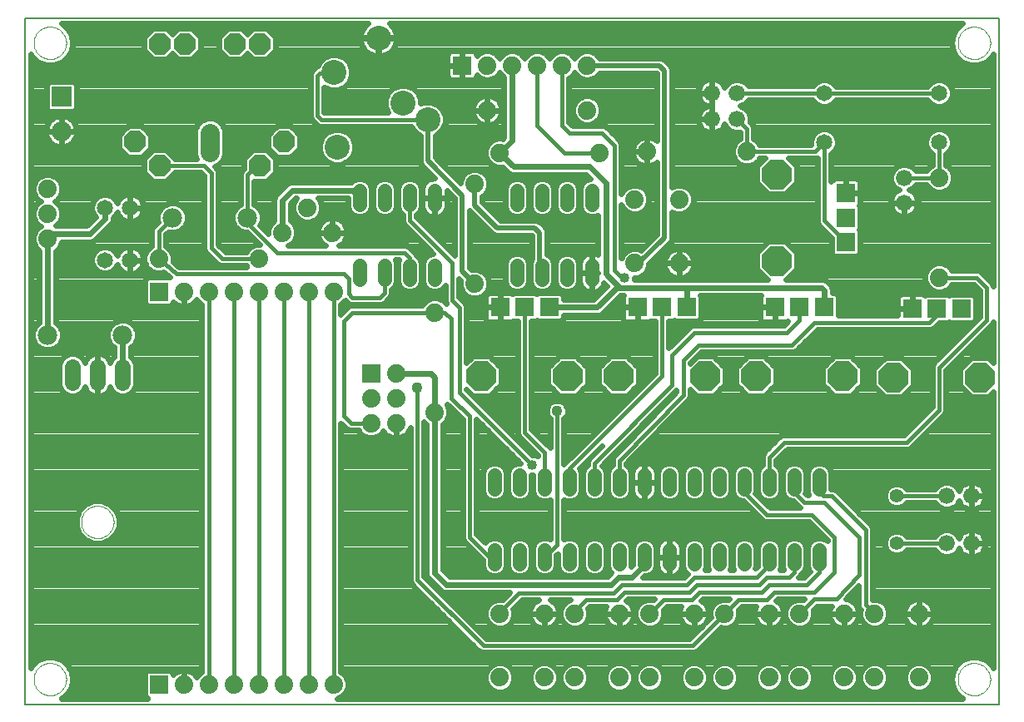
<source format=gtl>
G75*
%MOIN*%
%OFA0B0*%
%FSLAX24Y24*%
%IPPOS*%
%LPD*%
%AMOC8*
5,1,8,0,0,1.08239X$1,22.5*
%
%ADD10C,0.0050*%
%ADD11C,0.0640*%
%ADD12C,0.0000*%
%ADD13C,0.0650*%
%ADD14C,0.0800*%
%ADD15R,0.0800X0.0800*%
%ADD16R,0.0740X0.0740*%
%ADD17C,0.0740*%
%ADD18C,0.0560*%
%ADD19C,0.0560*%
%ADD20C,0.0660*%
%ADD21OC8,0.1181*%
%ADD22C,0.0780*%
%ADD23C,0.1000*%
%ADD24C,0.0780*%
%ADD25OC8,0.0860*%
%ADD26C,0.0240*%
%ADD27C,0.0160*%
%ADD28C,0.0200*%
%ADD29C,0.0400*%
%ADD30C,0.0436*%
D10*
X000375Y000375D02*
X000375Y027875D01*
X039375Y027875D01*
X039375Y000375D01*
X000375Y000375D01*
D11*
X002275Y013255D02*
X002275Y013895D01*
X003275Y013895D02*
X003275Y013255D01*
X004275Y013255D02*
X004275Y013895D01*
D12*
X002625Y007675D02*
X002627Y007725D01*
X002633Y007775D01*
X002643Y007825D01*
X002656Y007873D01*
X002673Y007921D01*
X002694Y007967D01*
X002718Y008011D01*
X002746Y008053D01*
X002777Y008093D01*
X002811Y008130D01*
X002848Y008165D01*
X002887Y008196D01*
X002928Y008225D01*
X002972Y008250D01*
X003018Y008272D01*
X003065Y008290D01*
X003113Y008304D01*
X003162Y008315D01*
X003212Y008322D01*
X003262Y008325D01*
X003313Y008324D01*
X003363Y008319D01*
X003413Y008310D01*
X003461Y008298D01*
X003509Y008281D01*
X003555Y008261D01*
X003600Y008238D01*
X003643Y008211D01*
X003683Y008181D01*
X003721Y008148D01*
X003756Y008112D01*
X003789Y008073D01*
X003818Y008032D01*
X003844Y007989D01*
X003867Y007944D01*
X003886Y007897D01*
X003901Y007849D01*
X003913Y007800D01*
X003921Y007750D01*
X003925Y007700D01*
X003925Y007650D01*
X003921Y007600D01*
X003913Y007550D01*
X003901Y007501D01*
X003886Y007453D01*
X003867Y007406D01*
X003844Y007361D01*
X003818Y007318D01*
X003789Y007277D01*
X003756Y007238D01*
X003721Y007202D01*
X003683Y007169D01*
X003643Y007139D01*
X003600Y007112D01*
X003555Y007089D01*
X003509Y007069D01*
X003461Y007052D01*
X003413Y007040D01*
X003363Y007031D01*
X003313Y007026D01*
X003262Y007025D01*
X003212Y007028D01*
X003162Y007035D01*
X003113Y007046D01*
X003065Y007060D01*
X003018Y007078D01*
X002972Y007100D01*
X002928Y007125D01*
X002887Y007154D01*
X002848Y007185D01*
X002811Y007220D01*
X002777Y007257D01*
X002746Y007297D01*
X002718Y007339D01*
X002694Y007383D01*
X002673Y007429D01*
X002656Y007477D01*
X002643Y007525D01*
X002633Y007575D01*
X002627Y007625D01*
X002625Y007675D01*
X000725Y001375D02*
X000727Y001425D01*
X000733Y001475D01*
X000743Y001525D01*
X000756Y001573D01*
X000773Y001621D01*
X000794Y001667D01*
X000818Y001711D01*
X000846Y001753D01*
X000877Y001793D01*
X000911Y001830D01*
X000948Y001865D01*
X000987Y001896D01*
X001028Y001925D01*
X001072Y001950D01*
X001118Y001972D01*
X001165Y001990D01*
X001213Y002004D01*
X001262Y002015D01*
X001312Y002022D01*
X001362Y002025D01*
X001413Y002024D01*
X001463Y002019D01*
X001513Y002010D01*
X001561Y001998D01*
X001609Y001981D01*
X001655Y001961D01*
X001700Y001938D01*
X001743Y001911D01*
X001783Y001881D01*
X001821Y001848D01*
X001856Y001812D01*
X001889Y001773D01*
X001918Y001732D01*
X001944Y001689D01*
X001967Y001644D01*
X001986Y001597D01*
X002001Y001549D01*
X002013Y001500D01*
X002021Y001450D01*
X002025Y001400D01*
X002025Y001350D01*
X002021Y001300D01*
X002013Y001250D01*
X002001Y001201D01*
X001986Y001153D01*
X001967Y001106D01*
X001944Y001061D01*
X001918Y001018D01*
X001889Y000977D01*
X001856Y000938D01*
X001821Y000902D01*
X001783Y000869D01*
X001743Y000839D01*
X001700Y000812D01*
X001655Y000789D01*
X001609Y000769D01*
X001561Y000752D01*
X001513Y000740D01*
X001463Y000731D01*
X001413Y000726D01*
X001362Y000725D01*
X001312Y000728D01*
X001262Y000735D01*
X001213Y000746D01*
X001165Y000760D01*
X001118Y000778D01*
X001072Y000800D01*
X001028Y000825D01*
X000987Y000854D01*
X000948Y000885D01*
X000911Y000920D01*
X000877Y000957D01*
X000846Y000997D01*
X000818Y001039D01*
X000794Y001083D01*
X000773Y001129D01*
X000756Y001177D01*
X000743Y001225D01*
X000733Y001275D01*
X000727Y001325D01*
X000725Y001375D01*
X000725Y026875D02*
X000727Y026925D01*
X000733Y026975D01*
X000743Y027025D01*
X000756Y027073D01*
X000773Y027121D01*
X000794Y027167D01*
X000818Y027211D01*
X000846Y027253D01*
X000877Y027293D01*
X000911Y027330D01*
X000948Y027365D01*
X000987Y027396D01*
X001028Y027425D01*
X001072Y027450D01*
X001118Y027472D01*
X001165Y027490D01*
X001213Y027504D01*
X001262Y027515D01*
X001312Y027522D01*
X001362Y027525D01*
X001413Y027524D01*
X001463Y027519D01*
X001513Y027510D01*
X001561Y027498D01*
X001609Y027481D01*
X001655Y027461D01*
X001700Y027438D01*
X001743Y027411D01*
X001783Y027381D01*
X001821Y027348D01*
X001856Y027312D01*
X001889Y027273D01*
X001918Y027232D01*
X001944Y027189D01*
X001967Y027144D01*
X001986Y027097D01*
X002001Y027049D01*
X002013Y027000D01*
X002021Y026950D01*
X002025Y026900D01*
X002025Y026850D01*
X002021Y026800D01*
X002013Y026750D01*
X002001Y026701D01*
X001986Y026653D01*
X001967Y026606D01*
X001944Y026561D01*
X001918Y026518D01*
X001889Y026477D01*
X001856Y026438D01*
X001821Y026402D01*
X001783Y026369D01*
X001743Y026339D01*
X001700Y026312D01*
X001655Y026289D01*
X001609Y026269D01*
X001561Y026252D01*
X001513Y026240D01*
X001463Y026231D01*
X001413Y026226D01*
X001362Y026225D01*
X001312Y026228D01*
X001262Y026235D01*
X001213Y026246D01*
X001165Y026260D01*
X001118Y026278D01*
X001072Y026300D01*
X001028Y026325D01*
X000987Y026354D01*
X000948Y026385D01*
X000911Y026420D01*
X000877Y026457D01*
X000846Y026497D01*
X000818Y026539D01*
X000794Y026583D01*
X000773Y026629D01*
X000756Y026677D01*
X000743Y026725D01*
X000733Y026775D01*
X000727Y026825D01*
X000725Y026875D01*
X037725Y026875D02*
X037727Y026925D01*
X037733Y026975D01*
X037743Y027025D01*
X037756Y027073D01*
X037773Y027121D01*
X037794Y027167D01*
X037818Y027211D01*
X037846Y027253D01*
X037877Y027293D01*
X037911Y027330D01*
X037948Y027365D01*
X037987Y027396D01*
X038028Y027425D01*
X038072Y027450D01*
X038118Y027472D01*
X038165Y027490D01*
X038213Y027504D01*
X038262Y027515D01*
X038312Y027522D01*
X038362Y027525D01*
X038413Y027524D01*
X038463Y027519D01*
X038513Y027510D01*
X038561Y027498D01*
X038609Y027481D01*
X038655Y027461D01*
X038700Y027438D01*
X038743Y027411D01*
X038783Y027381D01*
X038821Y027348D01*
X038856Y027312D01*
X038889Y027273D01*
X038918Y027232D01*
X038944Y027189D01*
X038967Y027144D01*
X038986Y027097D01*
X039001Y027049D01*
X039013Y027000D01*
X039021Y026950D01*
X039025Y026900D01*
X039025Y026850D01*
X039021Y026800D01*
X039013Y026750D01*
X039001Y026701D01*
X038986Y026653D01*
X038967Y026606D01*
X038944Y026561D01*
X038918Y026518D01*
X038889Y026477D01*
X038856Y026438D01*
X038821Y026402D01*
X038783Y026369D01*
X038743Y026339D01*
X038700Y026312D01*
X038655Y026289D01*
X038609Y026269D01*
X038561Y026252D01*
X038513Y026240D01*
X038463Y026231D01*
X038413Y026226D01*
X038362Y026225D01*
X038312Y026228D01*
X038262Y026235D01*
X038213Y026246D01*
X038165Y026260D01*
X038118Y026278D01*
X038072Y026300D01*
X038028Y026325D01*
X037987Y026354D01*
X037948Y026385D01*
X037911Y026420D01*
X037877Y026457D01*
X037846Y026497D01*
X037818Y026539D01*
X037794Y026583D01*
X037773Y026629D01*
X037756Y026677D01*
X037743Y026725D01*
X037733Y026775D01*
X037727Y026825D01*
X037725Y026875D01*
X037725Y001375D02*
X037727Y001425D01*
X037733Y001475D01*
X037743Y001525D01*
X037756Y001573D01*
X037773Y001621D01*
X037794Y001667D01*
X037818Y001711D01*
X037846Y001753D01*
X037877Y001793D01*
X037911Y001830D01*
X037948Y001865D01*
X037987Y001896D01*
X038028Y001925D01*
X038072Y001950D01*
X038118Y001972D01*
X038165Y001990D01*
X038213Y002004D01*
X038262Y002015D01*
X038312Y002022D01*
X038362Y002025D01*
X038413Y002024D01*
X038463Y002019D01*
X038513Y002010D01*
X038561Y001998D01*
X038609Y001981D01*
X038655Y001961D01*
X038700Y001938D01*
X038743Y001911D01*
X038783Y001881D01*
X038821Y001848D01*
X038856Y001812D01*
X038889Y001773D01*
X038918Y001732D01*
X038944Y001689D01*
X038967Y001644D01*
X038986Y001597D01*
X039001Y001549D01*
X039013Y001500D01*
X039021Y001450D01*
X039025Y001400D01*
X039025Y001350D01*
X039021Y001300D01*
X039013Y001250D01*
X039001Y001201D01*
X038986Y001153D01*
X038967Y001106D01*
X038944Y001061D01*
X038918Y001018D01*
X038889Y000977D01*
X038856Y000938D01*
X038821Y000902D01*
X038783Y000869D01*
X038743Y000839D01*
X038700Y000812D01*
X038655Y000789D01*
X038609Y000769D01*
X038561Y000752D01*
X038513Y000740D01*
X038463Y000731D01*
X038413Y000726D01*
X038362Y000725D01*
X038312Y000728D01*
X038262Y000735D01*
X038213Y000746D01*
X038165Y000760D01*
X038118Y000778D01*
X038072Y000800D01*
X038028Y000825D01*
X037987Y000854D01*
X037948Y000885D01*
X037911Y000920D01*
X037877Y000957D01*
X037846Y000997D01*
X037818Y001039D01*
X037794Y001083D01*
X037773Y001129D01*
X037756Y001177D01*
X037743Y001225D01*
X037733Y001275D01*
X037727Y001325D01*
X037725Y001375D01*
D13*
X036975Y022890D03*
X036975Y024860D03*
X032375Y024860D03*
X032375Y022890D03*
X004575Y020275D03*
X003575Y020275D03*
X003575Y018175D03*
X004575Y018175D03*
D14*
X001825Y023336D03*
D15*
X001825Y024714D03*
D16*
X005733Y016910D03*
X014225Y013625D03*
X019391Y016281D03*
X020375Y016281D03*
X021359Y016281D03*
X024891Y016281D03*
X025875Y016281D03*
X026859Y016281D03*
X030391Y016281D03*
X031375Y016281D03*
X032359Y016281D03*
X033231Y018891D03*
X033231Y019875D03*
X033231Y020859D03*
X035891Y016231D03*
X036875Y016231D03*
X037859Y016231D03*
X017875Y025975D03*
X005733Y001162D03*
D17*
X006733Y001162D03*
X007733Y001162D03*
X008733Y001162D03*
X009733Y001162D03*
X010733Y001162D03*
X011733Y001162D03*
X012733Y001162D03*
X019385Y001445D03*
X021165Y001445D03*
X022385Y001445D03*
X024165Y001445D03*
X025385Y001445D03*
X027165Y001445D03*
X028385Y001445D03*
X030165Y001445D03*
X031385Y001445D03*
X033165Y001445D03*
X034385Y001445D03*
X036165Y001445D03*
X036165Y004005D03*
X034385Y004005D03*
X033165Y004005D03*
X031385Y004005D03*
X030165Y004005D03*
X028385Y004005D03*
X027165Y004005D03*
X025385Y004005D03*
X024165Y004005D03*
X022385Y004005D03*
X021165Y004005D03*
X019385Y004005D03*
X015225Y011625D03*
X014225Y011625D03*
X014225Y012625D03*
X015225Y012625D03*
X015225Y013625D03*
X016775Y012075D03*
X016775Y016075D03*
X018375Y017225D03*
X018375Y021225D03*
X019375Y022475D03*
X018875Y024175D03*
X018875Y025975D03*
X019875Y025975D03*
X020875Y025975D03*
X021875Y025975D03*
X022875Y025975D03*
X022875Y024175D03*
X023375Y022475D03*
X025275Y022525D03*
X024785Y020605D03*
X026565Y020605D03*
X029275Y022525D03*
X026565Y018045D03*
X024785Y018045D03*
X012733Y016910D03*
X011733Y016910D03*
X010733Y016910D03*
X009733Y016910D03*
X008733Y016910D03*
X007733Y016910D03*
X006733Y016910D03*
X005725Y018225D03*
X009725Y018225D03*
X010675Y019275D03*
X011675Y020275D03*
X012675Y019275D03*
X001275Y019025D03*
X001275Y020025D03*
X001275Y021025D03*
X036975Y021475D03*
X036975Y017475D03*
D18*
X032175Y009555D02*
X032175Y008995D01*
X031175Y008995D02*
X031175Y009555D01*
X030175Y009555D02*
X030175Y008995D01*
X029175Y008995D02*
X029175Y009555D01*
X028175Y009555D02*
X028175Y008995D01*
X027175Y008995D02*
X027175Y009555D01*
X026175Y009555D02*
X026175Y008995D01*
X025175Y008995D02*
X025175Y009555D01*
X024175Y009555D02*
X024175Y008995D01*
X023175Y008995D02*
X023175Y009555D01*
X022175Y009555D02*
X022175Y008995D01*
X021175Y008995D02*
X021175Y009555D01*
X020175Y009555D02*
X020175Y008995D01*
X019175Y008995D02*
X019175Y009555D01*
X019175Y006555D02*
X019175Y005995D01*
X020175Y005995D02*
X020175Y006555D01*
X021175Y006555D02*
X021175Y005995D01*
X022175Y005995D02*
X022175Y006555D01*
X023175Y006555D02*
X023175Y005995D01*
X024175Y005995D02*
X024175Y006555D01*
X025175Y006555D02*
X025175Y005995D01*
X026175Y005995D02*
X026175Y006555D01*
X027175Y006555D02*
X027175Y005995D01*
X028175Y005995D02*
X028175Y006555D01*
X029175Y006555D02*
X029175Y005995D01*
X030175Y005995D02*
X030175Y006555D01*
X031175Y006555D02*
X031175Y005995D01*
X032175Y005995D02*
X032175Y006555D01*
X023075Y017395D02*
X023075Y017955D01*
X022075Y017955D02*
X022075Y017395D01*
X021075Y017395D02*
X021075Y017955D01*
X020075Y017955D02*
X020075Y017395D01*
X016775Y017395D02*
X016775Y017955D01*
X015775Y017955D02*
X015775Y017395D01*
X014775Y017395D02*
X014775Y017955D01*
X013775Y017955D02*
X013775Y017395D01*
X013775Y020395D02*
X013775Y020955D01*
X014775Y020955D02*
X014775Y020395D01*
X015775Y020395D02*
X015775Y020955D01*
X016775Y020955D02*
X016775Y020395D01*
X020075Y020395D02*
X020075Y020955D01*
X021075Y020955D02*
X021075Y020395D01*
X022075Y020395D02*
X022075Y020955D01*
X023075Y020955D02*
X023075Y020395D01*
D19*
X035275Y008725D03*
X035275Y006825D03*
D20*
X037275Y006825D03*
X038275Y006825D03*
X038275Y008725D03*
X037275Y008725D03*
X035575Y020475D03*
X035575Y021475D03*
X028875Y023825D03*
X027875Y023825D03*
X027875Y024875D03*
X028875Y024875D03*
D21*
X030475Y021607D03*
X030475Y018143D03*
X029643Y013525D03*
X027607Y013525D03*
X024143Y013525D03*
X022107Y013525D03*
X018643Y013525D03*
X033107Y013525D03*
X035143Y013475D03*
X038607Y013475D03*
D22*
X009275Y019875D03*
X006275Y019875D03*
X004275Y015175D03*
X001275Y015175D03*
D23*
X012871Y022705D03*
X015509Y024477D03*
X016494Y023807D03*
X012753Y025697D03*
X014525Y027075D03*
D24*
X007775Y023273D02*
X007775Y022493D01*
D25*
X005775Y021962D03*
X004775Y022922D03*
X009775Y021962D03*
X010736Y022922D03*
X009775Y026844D03*
X008775Y026844D03*
X006775Y026844D03*
X005775Y026844D03*
D26*
X005356Y026372D02*
X002112Y026372D01*
X002067Y026294D02*
X002224Y026566D01*
X002279Y026875D01*
X002224Y027184D01*
X002224Y027184D01*
X002067Y027456D01*
X001836Y027650D01*
X014092Y027650D01*
X014049Y027617D01*
X013983Y027551D01*
X013925Y027476D01*
X013878Y027394D01*
X013842Y027307D01*
X013817Y027216D01*
X013805Y027122D01*
X013805Y027103D01*
X014497Y027103D01*
X014497Y027047D01*
X014553Y027047D01*
X014553Y027103D01*
X015245Y027103D01*
X015245Y027122D01*
X015233Y027216D01*
X015208Y027307D01*
X015172Y027394D01*
X015125Y027476D01*
X015067Y027551D01*
X015001Y027617D01*
X014958Y027650D01*
X037914Y027650D01*
X037683Y027456D01*
X037683Y027456D01*
X037526Y027184D01*
X037471Y026875D01*
X037471Y026875D01*
X037526Y026566D01*
X037683Y026294D01*
X037923Y026092D01*
X037923Y026092D01*
X038218Y025985D01*
X038532Y025985D01*
X038827Y026092D01*
X039067Y026294D01*
X039067Y026294D01*
X039067Y026294D01*
X039150Y026437D01*
X039150Y017143D01*
X039112Y017234D01*
X039034Y017312D01*
X038712Y017634D01*
X038634Y017712D01*
X038531Y017755D01*
X037476Y017755D01*
X037458Y017798D01*
X037298Y017958D01*
X037088Y018045D01*
X036862Y018045D01*
X036652Y017958D01*
X036492Y017798D01*
X036405Y017588D01*
X036405Y017362D01*
X036492Y017152D01*
X036652Y016992D01*
X036862Y016905D01*
X037088Y016905D01*
X037298Y016992D01*
X037458Y017152D01*
X037476Y017195D01*
X038359Y017195D01*
X038595Y016959D01*
X038595Y015891D01*
X036816Y014112D01*
X036738Y014034D01*
X036695Y013931D01*
X036695Y012291D01*
X035559Y011155D01*
X030719Y011155D01*
X030616Y011112D01*
X030016Y010512D01*
X029938Y010434D01*
X029895Y010331D01*
X029895Y009954D01*
X029768Y009827D01*
X029695Y009650D01*
X029695Y008900D01*
X029768Y008723D01*
X029903Y008588D01*
X030080Y008515D01*
X030270Y008515D01*
X030447Y008588D01*
X030582Y008723D01*
X030655Y008900D01*
X030655Y009650D01*
X030582Y009827D01*
X030455Y009954D01*
X030455Y010159D01*
X030891Y010595D01*
X035731Y010595D01*
X035834Y010638D01*
X035912Y010716D01*
X037212Y012016D01*
X037255Y012119D01*
X037255Y013759D01*
X039112Y015616D01*
X039150Y015707D01*
X039150Y014050D01*
X038935Y014266D01*
X038280Y014266D01*
X037817Y013802D01*
X037817Y013148D01*
X038280Y012684D01*
X038935Y012684D01*
X039150Y012900D01*
X039150Y001813D01*
X039067Y001956D01*
X038827Y002158D01*
X038532Y002265D01*
X038218Y002265D01*
X037923Y002158D01*
X037683Y001956D01*
X037683Y001956D01*
X037526Y001684D01*
X037471Y001375D01*
X037526Y001066D01*
X037526Y001066D01*
X037683Y000794D01*
X037914Y000600D01*
X012865Y000600D01*
X013056Y000679D01*
X013216Y000840D01*
X013303Y001049D01*
X013303Y001276D01*
X013216Y001485D01*
X013056Y001646D01*
X013013Y001663D01*
X013013Y011641D01*
X013266Y011388D01*
X013369Y011345D01*
X013724Y011345D01*
X013742Y011302D01*
X013902Y011142D01*
X014112Y011055D01*
X014338Y011055D01*
X014548Y011142D01*
X014708Y011302D01*
X014717Y011323D01*
X014720Y011316D01*
X014775Y011241D01*
X014841Y011175D01*
X014916Y011120D01*
X014999Y011078D01*
X015087Y011050D01*
X015179Y011035D01*
X015225Y011035D01*
X015271Y011035D01*
X015363Y011050D01*
X015451Y011078D01*
X015534Y011120D01*
X015609Y011175D01*
X015675Y011241D01*
X015730Y011316D01*
X015772Y011399D01*
X015795Y011470D01*
X015795Y005319D01*
X015838Y005216D01*
X015916Y005138D01*
X018488Y002566D01*
X018566Y002488D01*
X018669Y002445D01*
X027161Y002445D01*
X027264Y002488D01*
X028229Y003453D01*
X028272Y003435D01*
X028498Y003435D01*
X028708Y003522D01*
X028868Y003682D01*
X028955Y003892D01*
X028955Y004118D01*
X028937Y004161D01*
X029071Y004295D01*
X029651Y004295D01*
X029618Y004231D01*
X029590Y004143D01*
X029575Y004051D01*
X029575Y004005D01*
X030165Y004005D01*
X030755Y004005D01*
X030755Y004051D01*
X030740Y004143D01*
X030712Y004231D01*
X030670Y004314D01*
X030615Y004389D01*
X030549Y004455D01*
X030474Y004510D01*
X030429Y004533D01*
X030491Y004595D01*
X031579Y004595D01*
X031541Y004557D01*
X031498Y004575D01*
X031272Y004575D01*
X031062Y004488D01*
X030902Y004328D01*
X030815Y004118D01*
X030815Y003892D01*
X030902Y003682D01*
X031062Y003522D01*
X031272Y003435D01*
X031498Y003435D01*
X031708Y003522D01*
X031868Y003682D01*
X031955Y003892D01*
X031955Y004118D01*
X031937Y004161D01*
X032085Y004309D01*
X032658Y004309D01*
X032618Y004231D01*
X032590Y004143D01*
X032575Y004051D01*
X032575Y004005D01*
X033165Y004005D01*
X033755Y004005D01*
X033755Y004051D01*
X033740Y004143D01*
X033712Y004231D01*
X033670Y004314D01*
X033615Y004389D01*
X033549Y004455D01*
X033474Y004510D01*
X033391Y004552D01*
X033303Y004580D01*
X033242Y004590D01*
X033745Y005131D01*
X033745Y004289D01*
X033788Y004186D01*
X033827Y004147D01*
X033815Y004118D01*
X033815Y003892D01*
X033902Y003682D01*
X034062Y003522D01*
X034272Y003435D01*
X034498Y003435D01*
X034708Y003522D01*
X034868Y003682D01*
X034955Y003892D01*
X034955Y004118D01*
X034868Y004328D01*
X034708Y004488D01*
X034498Y004575D01*
X034305Y004575D01*
X034305Y007431D01*
X034262Y007534D01*
X034184Y007612D01*
X032834Y008962D01*
X032731Y009005D01*
X032655Y009005D01*
X032655Y009650D01*
X032582Y009827D01*
X032447Y009962D01*
X032270Y010035D01*
X032080Y010035D01*
X031903Y009962D01*
X031768Y009827D01*
X031695Y009650D01*
X031695Y008900D01*
X031755Y008755D01*
X031691Y008755D01*
X031623Y008823D01*
X031655Y008900D01*
X031655Y009650D01*
X031582Y009827D01*
X031447Y009962D01*
X031270Y010035D01*
X031080Y010035D01*
X030903Y009962D01*
X030768Y009827D01*
X030695Y009650D01*
X030695Y008900D01*
X030768Y008723D01*
X030903Y008588D01*
X031080Y008515D01*
X031139Y008515D01*
X031399Y008255D01*
X030191Y008255D01*
X029623Y008823D01*
X029655Y008900D01*
X029655Y009650D01*
X029582Y009827D01*
X029447Y009962D01*
X029270Y010035D01*
X029080Y010035D01*
X028903Y009962D01*
X028768Y009827D01*
X028695Y009650D01*
X028695Y008900D01*
X028768Y008723D01*
X028903Y008588D01*
X029080Y008515D01*
X029139Y008515D01*
X029838Y007816D01*
X029916Y007738D01*
X030019Y007695D01*
X031759Y007695D01*
X032495Y006959D01*
X032495Y006914D01*
X032447Y006962D01*
X032270Y007035D01*
X032080Y007035D01*
X031903Y006962D01*
X031768Y006827D01*
X031695Y006650D01*
X031695Y005900D01*
X031768Y005723D01*
X031798Y005694D01*
X031559Y005455D01*
X031351Y005455D01*
X031412Y005516D01*
X031441Y005586D01*
X031447Y005588D01*
X031582Y005723D01*
X031655Y005900D01*
X031655Y006650D01*
X031582Y006827D01*
X031447Y006962D01*
X031270Y007035D01*
X031080Y007035D01*
X030903Y006962D01*
X030768Y006827D01*
X030695Y006650D01*
X030695Y005900D01*
X030755Y005755D01*
X030595Y005755D01*
X030655Y005900D01*
X030655Y006650D01*
X030582Y006827D01*
X030447Y006962D01*
X030270Y007035D01*
X030080Y007035D01*
X029903Y006962D01*
X029768Y006827D01*
X029695Y006650D01*
X029695Y005900D01*
X029698Y005893D01*
X029621Y005817D01*
X029655Y005900D01*
X029655Y006650D01*
X029582Y006827D01*
X029447Y006962D01*
X029270Y007035D01*
X029080Y007035D01*
X028903Y006962D01*
X028768Y006827D01*
X028695Y006650D01*
X028695Y005900D01*
X028755Y005755D01*
X028595Y005755D01*
X028655Y005900D01*
X028655Y006650D01*
X028582Y006827D01*
X028447Y006962D01*
X028270Y007035D01*
X028080Y007035D01*
X027903Y006962D01*
X027768Y006827D01*
X027695Y006650D01*
X027695Y005900D01*
X027755Y005755D01*
X027595Y005755D01*
X027655Y005900D01*
X027655Y006650D01*
X027582Y006827D01*
X027447Y006962D01*
X027270Y007035D01*
X027080Y007035D01*
X026903Y006962D01*
X026768Y006827D01*
X026695Y006650D01*
X026695Y005900D01*
X026768Y005723D01*
X026898Y005594D01*
X026759Y005455D01*
X025108Y005455D01*
X025168Y005515D01*
X025270Y005515D01*
X025447Y005588D01*
X025582Y005723D01*
X025655Y005900D01*
X025655Y006650D01*
X025582Y006827D01*
X025447Y006962D01*
X025270Y007035D01*
X025080Y007035D01*
X024903Y006962D01*
X024768Y006827D01*
X024695Y006650D01*
X024695Y005948D01*
X024655Y005908D01*
X024655Y006650D01*
X024582Y006827D01*
X024447Y006962D01*
X024270Y007035D01*
X024080Y007035D01*
X023903Y006962D01*
X023768Y006827D01*
X023695Y006650D01*
X023695Y005900D01*
X023768Y005723D01*
X023844Y005647D01*
X023692Y005495D01*
X017358Y005495D01*
X017095Y005758D01*
X017095Y011591D01*
X017098Y011592D01*
X017258Y011752D01*
X017345Y011962D01*
X017345Y012188D01*
X017260Y012394D01*
X017266Y012388D01*
X017271Y012386D01*
X017895Y011803D01*
X017895Y007019D01*
X017938Y006916D01*
X018695Y006159D01*
X018695Y005900D01*
X018768Y005723D01*
X018903Y005588D01*
X019080Y005515D01*
X019270Y005515D01*
X019447Y005588D01*
X019582Y005723D01*
X019655Y005900D01*
X019655Y006650D01*
X019582Y006827D01*
X019447Y006962D01*
X019270Y007035D01*
X019080Y007035D01*
X018903Y006962D01*
X018794Y006852D01*
X018455Y007191D01*
X018455Y011799D01*
X020219Y010035D01*
X020080Y010035D01*
X019903Y009962D01*
X019768Y009827D01*
X019695Y009650D01*
X019695Y008900D01*
X019768Y008723D01*
X019903Y008588D01*
X020080Y008515D01*
X020270Y008515D01*
X020447Y008588D01*
X020582Y008723D01*
X020655Y008900D01*
X020655Y009575D01*
X020695Y009575D01*
X020695Y008900D01*
X020768Y008723D01*
X020903Y008588D01*
X021080Y008515D01*
X021270Y008515D01*
X021395Y008567D01*
X021395Y006983D01*
X021270Y007035D01*
X021080Y007035D01*
X020903Y006962D01*
X020768Y006827D01*
X020695Y006650D01*
X020695Y005900D01*
X020768Y005723D01*
X020903Y005588D01*
X021080Y005515D01*
X021270Y005515D01*
X021447Y005588D01*
X021582Y005723D01*
X021655Y005900D01*
X021655Y006359D01*
X021695Y006399D01*
X021695Y005900D01*
X021768Y005723D01*
X021903Y005588D01*
X022080Y005515D01*
X022270Y005515D01*
X022447Y005588D01*
X022582Y005723D01*
X022655Y005900D01*
X022655Y006650D01*
X022582Y006827D01*
X022447Y006962D01*
X022270Y007035D01*
X022080Y007035D01*
X021955Y006983D01*
X021955Y008567D01*
X022080Y008515D01*
X022270Y008515D01*
X022447Y008588D01*
X022582Y008723D01*
X022655Y008900D01*
X022655Y009650D01*
X022582Y009827D01*
X022577Y009831D01*
X023475Y010729D01*
X022976Y010222D01*
X022938Y010184D01*
X022937Y010183D01*
X022936Y010182D01*
X022916Y010131D01*
X022895Y010081D01*
X022895Y010080D01*
X022895Y010078D01*
X022895Y010024D01*
X022895Y009954D01*
X022768Y009827D01*
X022695Y009650D01*
X022695Y008900D01*
X022768Y008723D01*
X022903Y008588D01*
X023080Y008515D01*
X023270Y008515D01*
X023447Y008588D01*
X023582Y008723D01*
X023655Y008900D01*
X023655Y009650D01*
X023582Y009827D01*
X023477Y009932D01*
X026445Y012949D01*
X026445Y012888D01*
X023975Y010321D01*
X023938Y010284D01*
X023937Y010281D01*
X023935Y010279D01*
X023915Y010230D01*
X023895Y010181D01*
X023895Y010178D01*
X023894Y010175D01*
X023895Y010122D01*
X023895Y009954D01*
X023768Y009827D01*
X023695Y009650D01*
X023695Y008900D01*
X023768Y008723D01*
X023903Y008588D01*
X024080Y008515D01*
X024270Y008515D01*
X024447Y008588D01*
X024582Y008723D01*
X024655Y008900D01*
X024655Y009650D01*
X024582Y009827D01*
X024455Y009954D01*
X024455Y010012D01*
X026925Y012579D01*
X026962Y012616D01*
X026963Y012619D01*
X026965Y012621D01*
X026985Y012670D01*
X027005Y012719D01*
X027005Y012722D01*
X027006Y012725D01*
X027005Y012778D01*
X027005Y013009D01*
X027280Y012734D01*
X027935Y012734D01*
X028398Y013198D01*
X028398Y013852D01*
X027935Y014316D01*
X027280Y014316D01*
X027005Y014041D01*
X027005Y014059D01*
X027441Y014495D01*
X031131Y014495D01*
X031234Y014538D01*
X032091Y015395D01*
X036631Y015395D01*
X036734Y015438D01*
X036957Y015661D01*
X037328Y015661D01*
X037367Y015700D01*
X037406Y015661D01*
X038312Y015661D01*
X038429Y015778D01*
X038429Y016684D01*
X038312Y016801D01*
X037406Y016801D01*
X037367Y016762D01*
X037328Y016801D01*
X036422Y016801D01*
X036397Y016776D01*
X036396Y016777D01*
X036346Y016806D01*
X036290Y016821D01*
X035891Y016821D01*
X035891Y016231D01*
X035891Y016231D01*
X035891Y016821D01*
X035492Y016821D01*
X035436Y016806D01*
X035386Y016777D01*
X035345Y016736D01*
X035316Y016686D01*
X035301Y016630D01*
X035301Y016231D01*
X035891Y016231D01*
X035891Y016231D01*
X035301Y016231D01*
X035301Y015955D01*
X032929Y015955D01*
X032929Y016734D01*
X032812Y016851D01*
X032695Y016851D01*
X032695Y017039D01*
X032646Y017156D01*
X032556Y017246D01*
X032456Y017346D01*
X032339Y017395D01*
X030845Y017395D01*
X031266Y017815D01*
X031266Y018470D01*
X030802Y018933D01*
X030148Y018933D01*
X029684Y018470D01*
X029684Y017815D01*
X030105Y017395D01*
X024775Y017395D01*
X024775Y017395D01*
X024775Y017475D01*
X024898Y017475D01*
X025108Y017562D01*
X025268Y017722D01*
X025355Y017932D01*
X025355Y018031D01*
X026229Y018905D01*
X026275Y019015D01*
X026275Y020108D01*
X026452Y020035D01*
X026678Y020035D01*
X026888Y020122D01*
X027048Y020282D01*
X027135Y020492D01*
X027135Y020718D01*
X027048Y020928D01*
X026888Y021088D01*
X026678Y021175D01*
X026452Y021175D01*
X026275Y021102D01*
X026275Y025835D01*
X026229Y025945D01*
X026145Y026029D01*
X025945Y026229D01*
X025835Y026275D01*
X023368Y026275D01*
X023358Y026298D01*
X023198Y026458D01*
X022988Y026545D01*
X022762Y026545D01*
X022552Y026458D01*
X022392Y026298D01*
X022375Y026257D01*
X022358Y026298D01*
X022198Y026458D01*
X021988Y026545D01*
X021762Y026545D01*
X021552Y026458D01*
X021392Y026298D01*
X021375Y026257D01*
X021358Y026298D01*
X021198Y026458D01*
X020988Y026545D01*
X020762Y026545D01*
X020552Y026458D01*
X020392Y026298D01*
X020375Y026257D01*
X020358Y026298D01*
X020198Y026458D01*
X019988Y026545D01*
X019762Y026545D01*
X019552Y026458D01*
X019392Y026298D01*
X019375Y026257D01*
X019358Y026298D01*
X019198Y026458D01*
X018988Y026545D01*
X018762Y026545D01*
X018552Y026458D01*
X018465Y026371D01*
X018465Y026374D01*
X018450Y026430D01*
X018421Y026480D01*
X018380Y026521D01*
X018330Y026550D01*
X018274Y026565D01*
X017875Y026565D01*
X017875Y025975D01*
X017875Y025975D01*
X017875Y025385D01*
X018274Y025385D01*
X018330Y025400D01*
X018380Y025429D01*
X018421Y025470D01*
X018450Y025520D01*
X018465Y025576D01*
X018465Y025579D01*
X018552Y025492D01*
X018762Y025405D01*
X018988Y025405D01*
X019198Y025492D01*
X019358Y025652D01*
X019375Y025693D01*
X019392Y025652D01*
X019552Y025492D01*
X019555Y025491D01*
X019555Y023108D01*
X019491Y023044D01*
X019488Y023045D01*
X019262Y023045D01*
X019052Y022958D01*
X018892Y022798D01*
X018805Y022588D01*
X018805Y022362D01*
X018892Y022152D01*
X019052Y021992D01*
X019262Y021905D01*
X019488Y021905D01*
X019491Y021906D01*
X019744Y021654D01*
X019861Y021605D01*
X022842Y021605D01*
X023012Y021435D01*
X022980Y021435D01*
X022803Y021362D01*
X022668Y021227D01*
X022595Y021050D01*
X022595Y020300D01*
X022668Y020123D01*
X022803Y019988D01*
X022980Y019915D01*
X023170Y019915D01*
X023305Y019971D01*
X023305Y018399D01*
X023267Y018418D01*
X023192Y018443D01*
X023114Y018455D01*
X023075Y018455D01*
X023075Y017675D01*
X023305Y017675D01*
X023305Y017675D01*
X023075Y017675D01*
X023075Y017675D01*
X023075Y017675D01*
X023075Y016895D01*
X023114Y016895D01*
X023192Y016907D01*
X023267Y016932D01*
X023337Y016967D01*
X023401Y017014D01*
X023456Y017069D01*
X023503Y017133D01*
X023538Y017203D01*
X023552Y017245D01*
X023672Y017125D01*
X023148Y016601D01*
X021929Y016601D01*
X021929Y016734D01*
X021812Y016851D01*
X020906Y016851D01*
X020867Y016812D01*
X020828Y016851D01*
X019922Y016851D01*
X019897Y016826D01*
X019896Y016827D01*
X019846Y016856D01*
X019790Y016871D01*
X019391Y016871D01*
X019391Y016281D01*
X019391Y016281D01*
X019391Y015691D01*
X019790Y015691D01*
X019846Y015706D01*
X019896Y015735D01*
X019897Y015736D01*
X019922Y015711D01*
X020095Y015711D01*
X020095Y011219D01*
X020138Y011116D01*
X020895Y010359D01*
X020895Y010317D01*
X020755Y010375D01*
X020671Y010375D01*
X018055Y012991D01*
X018055Y012995D01*
X018315Y012734D01*
X018970Y012734D01*
X019433Y013198D01*
X019433Y013852D01*
X018970Y014316D01*
X018315Y014316D01*
X018055Y014055D01*
X018055Y016331D01*
X018012Y016434D01*
X017934Y016512D01*
X017755Y016691D01*
X017755Y017421D01*
X017814Y017361D01*
X017805Y017338D01*
X017805Y017112D01*
X017892Y016902D01*
X018052Y016742D01*
X018262Y016655D01*
X018488Y016655D01*
X018698Y016742D01*
X018858Y016902D01*
X018945Y017112D01*
X018945Y017338D01*
X018858Y017548D01*
X018698Y017708D01*
X018488Y017795D01*
X018262Y017795D01*
X018239Y017786D01*
X018175Y017849D01*
X018175Y020151D01*
X018205Y020121D01*
X019105Y019221D01*
X019215Y019175D01*
X020651Y019175D01*
X020675Y019151D01*
X020675Y018234D01*
X020668Y018227D01*
X020595Y018050D01*
X020595Y017300D01*
X020668Y017123D01*
X020803Y016988D01*
X020980Y016915D01*
X021170Y016915D01*
X021347Y016988D01*
X021482Y017123D01*
X021555Y017300D01*
X021555Y018050D01*
X021482Y018227D01*
X021347Y018362D01*
X021275Y018392D01*
X021275Y019335D01*
X021229Y019445D01*
X021029Y019645D01*
X020945Y019729D01*
X020835Y019775D01*
X019399Y019775D01*
X018675Y020499D01*
X018675Y020732D01*
X018698Y020742D01*
X018858Y020902D01*
X018945Y021112D01*
X018945Y021338D01*
X018858Y021548D01*
X018698Y021708D01*
X018488Y021795D01*
X018262Y021795D01*
X018052Y021708D01*
X017892Y021548D01*
X017805Y021338D01*
X017805Y021269D01*
X016794Y022281D01*
X016794Y023174D01*
X016890Y023214D01*
X017087Y023411D01*
X017194Y023668D01*
X017194Y023947D01*
X017087Y024204D01*
X016890Y024401D01*
X016633Y024507D01*
X016354Y024507D01*
X016209Y024447D01*
X016209Y024616D01*
X016103Y024873D01*
X015906Y025070D01*
X015648Y025177D01*
X015370Y025177D01*
X015113Y025070D01*
X014916Y024873D01*
X014809Y024616D01*
X014809Y024337D01*
X014913Y024087D01*
X012359Y024087D01*
X012355Y024091D01*
X012355Y025105D01*
X012357Y025104D01*
X012614Y024997D01*
X012893Y024997D01*
X013150Y025104D01*
X013347Y025301D01*
X013453Y025558D01*
X013453Y025836D01*
X013347Y026094D01*
X013150Y026290D01*
X012893Y026397D01*
X012614Y026397D01*
X012357Y026290D01*
X012160Y026094D01*
X012099Y025947D01*
X012016Y025912D01*
X011938Y025834D01*
X011838Y025734D01*
X011795Y025631D01*
X011795Y023919D01*
X011838Y023816D01*
X012084Y023570D01*
X012187Y023527D01*
X015852Y023527D01*
X015900Y023411D01*
X016097Y023214D01*
X016194Y023174D01*
X016194Y022097D01*
X016239Y021987D01*
X016324Y021902D01*
X016771Y021455D01*
X016736Y021455D01*
X016658Y021443D01*
X016583Y021418D01*
X016513Y021383D01*
X016449Y021336D01*
X016394Y021281D01*
X016347Y021217D01*
X016312Y021147D01*
X016287Y021072D01*
X016275Y020994D01*
X016275Y020675D01*
X016775Y020675D01*
X017275Y020675D01*
X017275Y020951D01*
X017575Y020651D01*
X017575Y018371D01*
X016055Y019891D01*
X016055Y019996D01*
X016182Y020123D01*
X016255Y020300D01*
X016255Y021050D01*
X016182Y021227D01*
X016047Y021362D01*
X015870Y021435D01*
X015680Y021435D01*
X015503Y021362D01*
X015368Y021227D01*
X015295Y021050D01*
X015295Y020300D01*
X015368Y020123D01*
X015495Y019996D01*
X015495Y019719D01*
X015538Y019616D01*
X016719Y018435D01*
X016680Y018435D01*
X016503Y018362D01*
X016368Y018227D01*
X016295Y018050D01*
X016295Y017300D01*
X016368Y017123D01*
X016503Y016988D01*
X016680Y016915D01*
X016870Y016915D01*
X017047Y016988D01*
X017182Y017123D01*
X017195Y017155D01*
X017195Y016519D01*
X017236Y016420D01*
X017098Y016558D01*
X016888Y016645D01*
X016662Y016645D01*
X016452Y016558D01*
X016292Y016398D01*
X016274Y016355D01*
X013419Y016355D01*
X013316Y016312D01*
X013238Y016234D01*
X013238Y016234D01*
X013013Y016009D01*
X013013Y016409D01*
X013056Y016427D01*
X013191Y016563D01*
X013238Y016516D01*
X013316Y016438D01*
X013419Y016395D01*
X014631Y016395D01*
X014734Y016438D01*
X014934Y016638D01*
X015012Y016716D01*
X015055Y016819D01*
X015055Y016996D01*
X015182Y017123D01*
X015255Y017300D01*
X015255Y018050D01*
X015195Y018195D01*
X015355Y018195D01*
X015295Y018050D01*
X015295Y017300D01*
X015368Y017123D01*
X015503Y016988D01*
X015680Y016915D01*
X015870Y016915D01*
X016047Y016988D01*
X016182Y017123D01*
X016255Y017300D01*
X016255Y018050D01*
X016182Y018227D01*
X016047Y018362D01*
X016041Y018364D01*
X016012Y018434D01*
X015734Y018712D01*
X015631Y018755D01*
X012954Y018755D01*
X012984Y018770D01*
X013059Y018825D01*
X013125Y018891D01*
X013180Y018966D01*
X013222Y019049D01*
X013250Y019137D01*
X013265Y019229D01*
X013265Y019275D01*
X013265Y019321D01*
X013250Y019413D01*
X013222Y019501D01*
X013180Y019584D01*
X013125Y019659D01*
X013059Y019725D01*
X012984Y019780D01*
X012901Y019822D01*
X012813Y019850D01*
X012721Y019865D01*
X012675Y019865D01*
X012675Y019275D01*
X012675Y019275D01*
X013265Y019275D01*
X012675Y019275D01*
X012675Y019275D01*
X012675Y019275D01*
X012085Y019275D01*
X012085Y019321D01*
X012100Y019413D01*
X012128Y019501D01*
X012170Y019584D01*
X012225Y019659D01*
X012291Y019725D01*
X012366Y019780D01*
X012449Y019822D01*
X012537Y019850D01*
X012629Y019865D01*
X012675Y019865D01*
X012675Y019275D01*
X012085Y019275D01*
X012085Y019229D01*
X012100Y019137D01*
X012128Y019049D01*
X012170Y018966D01*
X012225Y018891D01*
X012291Y018825D01*
X012366Y018770D01*
X012396Y018755D01*
X010909Y018755D01*
X010998Y018792D01*
X011158Y018952D01*
X011245Y019162D01*
X011245Y019388D01*
X011158Y019598D01*
X010998Y019758D01*
X010995Y019759D01*
X010995Y020442D01*
X011208Y020655D01*
X011249Y020655D01*
X011192Y020598D01*
X011105Y020388D01*
X011105Y020162D01*
X011192Y019952D01*
X011352Y019792D01*
X011562Y019705D01*
X011788Y019705D01*
X011998Y019792D01*
X012158Y019952D01*
X012245Y020162D01*
X012245Y020388D01*
X012158Y020598D01*
X012101Y020655D01*
X013295Y020655D01*
X013295Y020300D01*
X013368Y020123D01*
X013503Y019988D01*
X013680Y019915D01*
X013870Y019915D01*
X014047Y019988D01*
X014182Y020123D01*
X014255Y020300D01*
X014255Y021050D01*
X014182Y021227D01*
X014047Y021362D01*
X013870Y021435D01*
X013680Y021435D01*
X013503Y021362D01*
X013436Y021295D01*
X011011Y021295D01*
X010894Y021246D01*
X010804Y021156D01*
X010404Y020756D01*
X010355Y020639D01*
X010355Y019759D01*
X010352Y019758D01*
X010192Y019598D01*
X010105Y019388D01*
X010105Y019241D01*
X009784Y019562D01*
X009865Y019758D01*
X009865Y019992D01*
X009775Y020209D01*
X009609Y020375D01*
X009555Y020398D01*
X009555Y021332D01*
X010036Y021332D01*
X010405Y021701D01*
X010405Y022223D01*
X010036Y022592D01*
X009514Y022592D01*
X009145Y022223D01*
X009145Y021848D01*
X009038Y021741D01*
X008995Y021638D01*
X008995Y020398D01*
X008941Y020375D01*
X008775Y020209D01*
X008685Y019992D01*
X008685Y019758D01*
X008775Y019541D01*
X008941Y019375D01*
X009158Y019285D01*
X009269Y019285D01*
X009759Y018795D01*
X009612Y018795D01*
X009402Y018708D01*
X009242Y018548D01*
X009224Y018505D01*
X008391Y018505D01*
X008105Y018791D01*
X008105Y021731D01*
X008062Y021834D01*
X007984Y021912D01*
X007964Y021932D01*
X008109Y021993D01*
X008275Y022159D01*
X008365Y022376D01*
X008365Y023390D01*
X008275Y023607D01*
X008109Y023773D01*
X007892Y023863D01*
X007658Y023863D01*
X007441Y023773D01*
X007275Y023607D01*
X007185Y023390D01*
X007185Y022376D01*
X007240Y022242D01*
X006386Y022242D01*
X006036Y022592D01*
X005514Y022592D01*
X005145Y022223D01*
X005145Y021701D01*
X005514Y021332D01*
X006036Y021332D01*
X006386Y021682D01*
X007422Y021682D01*
X007545Y021559D01*
X007545Y018619D01*
X007588Y018516D01*
X008038Y018066D01*
X008116Y017988D01*
X008219Y017945D01*
X009224Y017945D01*
X009241Y017905D01*
X006529Y017905D01*
X006293Y018107D01*
X006295Y018112D01*
X006295Y018338D01*
X006208Y018548D01*
X006048Y018708D01*
X006005Y018726D01*
X006005Y019209D01*
X006103Y019307D01*
X006158Y019285D01*
X006392Y019285D01*
X006609Y019375D01*
X006775Y019541D01*
X006865Y019758D01*
X006865Y019992D01*
X006775Y020209D01*
X006609Y020375D01*
X006392Y020465D01*
X006158Y020465D01*
X005941Y020375D01*
X005775Y020209D01*
X005685Y019992D01*
X005685Y019758D01*
X005707Y019703D01*
X005566Y019562D01*
X005488Y019484D01*
X005445Y019381D01*
X005445Y018726D01*
X005402Y018708D01*
X005242Y018548D01*
X005155Y018338D01*
X005155Y018112D01*
X005242Y017902D01*
X005402Y017742D01*
X005612Y017655D01*
X005838Y017655D01*
X005920Y017689D01*
X006163Y017480D01*
X005280Y017480D01*
X005163Y017363D01*
X005163Y016458D01*
X005280Y016340D01*
X006186Y016340D01*
X006303Y016458D01*
X006303Y016506D01*
X006349Y016460D01*
X006424Y016406D01*
X006507Y016364D01*
X006595Y016335D01*
X006687Y016320D01*
X006733Y016320D01*
X006733Y016910D01*
X006733Y016910D01*
X006733Y016320D01*
X006780Y016320D01*
X006871Y016335D01*
X006960Y016364D01*
X007042Y016406D01*
X007118Y016460D01*
X007183Y016526D01*
X007238Y016601D01*
X007241Y016608D01*
X007250Y016588D01*
X007410Y016427D01*
X007453Y016409D01*
X007453Y001663D01*
X007410Y001646D01*
X007250Y001485D01*
X007241Y001465D01*
X007238Y001472D01*
X007183Y001547D01*
X007118Y001612D01*
X007042Y001667D01*
X006960Y001709D01*
X006871Y001738D01*
X006780Y001752D01*
X006733Y001752D01*
X006687Y001752D01*
X006595Y001738D01*
X006507Y001709D01*
X006424Y001667D01*
X006349Y001612D01*
X006303Y001567D01*
X006303Y001615D01*
X006186Y001732D01*
X005280Y001732D01*
X005163Y001615D01*
X005163Y000710D01*
X005273Y000600D01*
X001836Y000600D01*
X002067Y000794D01*
X002067Y000794D01*
X002067Y000794D01*
X002224Y001066D01*
X002279Y001375D01*
X002224Y001684D01*
X002224Y001684D01*
X002067Y001956D01*
X001827Y002158D01*
X001827Y002158D01*
X001532Y002265D01*
X001218Y002265D01*
X000923Y002158D01*
X000683Y001956D01*
X000683Y001956D01*
X000600Y001813D01*
X000600Y026437D01*
X000683Y026294D01*
X000923Y026092D01*
X001218Y025985D01*
X001532Y025985D01*
X001827Y026092D01*
X002067Y026294D01*
X002067Y026294D01*
X002067Y026294D01*
X001875Y026133D02*
X012199Y026133D01*
X011999Y025895D02*
X000600Y025895D01*
X000600Y026133D02*
X000875Y026133D01*
X000683Y026294D02*
X000683Y026294D01*
X000638Y026372D02*
X000600Y026372D01*
X000600Y025656D02*
X011805Y025656D01*
X011795Y025418D02*
X000600Y025418D01*
X000600Y025179D02*
X001225Y025179D01*
X001225Y025197D02*
X001225Y024231D01*
X001342Y024114D01*
X002308Y024114D01*
X002425Y024231D01*
X002425Y025197D01*
X002308Y025314D01*
X001342Y025314D01*
X001225Y025197D01*
X001225Y024941D02*
X000600Y024941D01*
X000600Y024702D02*
X001225Y024702D01*
X001225Y024464D02*
X000600Y024464D01*
X000600Y024225D02*
X001231Y024225D01*
X001500Y023866D02*
X001421Y023809D01*
X001352Y023740D01*
X001295Y023661D01*
X001250Y023574D01*
X001220Y023481D01*
X001205Y023385D01*
X001205Y023336D01*
X001205Y023287D01*
X001220Y023191D01*
X001250Y023098D01*
X001295Y023011D01*
X001352Y022932D01*
X001421Y022863D01*
X001500Y022806D01*
X001587Y022761D01*
X001680Y022731D01*
X001776Y022716D01*
X001825Y022716D01*
X001874Y022716D01*
X001970Y022731D01*
X002063Y022761D01*
X002150Y022806D01*
X002229Y022863D01*
X002298Y022932D01*
X002355Y023011D01*
X002400Y023098D01*
X002430Y023191D01*
X002445Y023287D01*
X002445Y023336D01*
X001825Y023336D01*
X001825Y022716D01*
X001825Y023336D01*
X001825Y023336D01*
X001825Y023336D01*
X001205Y023336D01*
X001825Y023336D01*
X001825Y023336D01*
X002445Y023336D01*
X002445Y023385D01*
X002430Y023481D01*
X002400Y023574D01*
X002355Y023661D01*
X002298Y023740D01*
X002229Y023809D01*
X002150Y023866D01*
X002063Y023911D01*
X001970Y023941D01*
X001874Y023956D01*
X001825Y023956D01*
X001825Y023336D01*
X001825Y023956D01*
X001776Y023956D01*
X001680Y023941D01*
X001587Y023911D01*
X001500Y023866D01*
X001360Y023748D02*
X000600Y023748D01*
X000600Y023510D02*
X001229Y023510D01*
X001208Y023271D02*
X000600Y023271D01*
X000600Y023033D02*
X001284Y023033D01*
X001523Y022794D02*
X000600Y022794D01*
X000600Y022556D02*
X004251Y022556D01*
X004145Y022661D02*
X004514Y022292D01*
X005036Y022292D01*
X005405Y022661D01*
X005405Y023183D01*
X005036Y023552D01*
X004514Y023552D01*
X004145Y023183D01*
X004145Y022661D01*
X004145Y022794D02*
X002127Y022794D01*
X001825Y022794D02*
X001825Y022794D01*
X001825Y023033D02*
X001825Y023033D01*
X001825Y023271D02*
X001825Y023271D01*
X001825Y023336D02*
X001825Y023336D01*
X001825Y023510D02*
X001825Y023510D01*
X001825Y023748D02*
X001825Y023748D01*
X002290Y023748D02*
X007416Y023748D01*
X007234Y023510D02*
X005079Y023510D01*
X005317Y023271D02*
X007185Y023271D01*
X007185Y023033D02*
X005405Y023033D01*
X005405Y022794D02*
X007185Y022794D01*
X007185Y022556D02*
X006072Y022556D01*
X006311Y022317D02*
X007209Y022317D01*
X008056Y021840D02*
X009137Y021840D01*
X009145Y022079D02*
X008195Y022079D01*
X008341Y022317D02*
X009239Y022317D01*
X009478Y022556D02*
X008365Y022556D01*
X008365Y022794D02*
X010106Y022794D01*
X010106Y022661D02*
X010475Y022292D01*
X010997Y022292D01*
X011366Y022661D01*
X011366Y023183D01*
X010997Y023552D01*
X010475Y023552D01*
X010106Y023183D01*
X010106Y022661D01*
X010072Y022556D02*
X010211Y022556D01*
X010311Y022317D02*
X010450Y022317D01*
X010405Y022079D02*
X012555Y022079D01*
X012475Y022111D02*
X012732Y022005D01*
X013011Y022005D01*
X013268Y022111D01*
X013465Y022308D01*
X013571Y022566D01*
X013571Y022844D01*
X013465Y023101D01*
X013268Y023298D01*
X013011Y023405D01*
X012732Y023405D01*
X012475Y023298D01*
X012278Y023101D01*
X012171Y022844D01*
X012171Y022566D01*
X012278Y022308D01*
X012475Y022111D01*
X012274Y022317D02*
X011021Y022317D01*
X011260Y022556D02*
X012176Y022556D01*
X012171Y022794D02*
X011366Y022794D01*
X011366Y023033D02*
X012249Y023033D01*
X012448Y023271D02*
X011278Y023271D01*
X011039Y023510D02*
X015859Y023510D01*
X016040Y023271D02*
X013295Y023271D01*
X013493Y023033D02*
X016194Y023033D01*
X016194Y022794D02*
X013571Y022794D01*
X013567Y022556D02*
X016194Y022556D01*
X016194Y022317D02*
X013468Y022317D01*
X013188Y022079D02*
X016201Y022079D01*
X016386Y021840D02*
X010405Y021840D01*
X010306Y021602D02*
X016624Y021602D01*
X016486Y021363D02*
X016044Y021363D01*
X016224Y021125D02*
X016304Y021125D01*
X016275Y020886D02*
X016255Y020886D01*
X016275Y020675D02*
X016275Y020356D01*
X016287Y020278D01*
X016312Y020203D01*
X016347Y020133D01*
X016394Y020069D01*
X016449Y020014D01*
X016513Y019967D01*
X016583Y019932D01*
X016658Y019907D01*
X016736Y019895D01*
X016775Y019895D01*
X016814Y019895D01*
X016892Y019907D01*
X016967Y019932D01*
X017037Y019967D01*
X017101Y020014D01*
X017156Y020069D01*
X017203Y020133D01*
X017238Y020203D01*
X017263Y020278D01*
X017275Y020356D01*
X017275Y020675D01*
X016775Y020675D01*
X016775Y020675D01*
X016775Y019895D01*
X016775Y020675D01*
X016775Y020675D01*
X016775Y020675D01*
X016275Y020675D01*
X016275Y020648D02*
X016255Y020648D01*
X016255Y020409D02*
X016275Y020409D01*
X016328Y020171D02*
X016202Y020171D01*
X016055Y019932D02*
X016582Y019932D01*
X016775Y019932D02*
X016775Y019932D01*
X016968Y019932D02*
X017575Y019932D01*
X017575Y019694D02*
X016252Y019694D01*
X016491Y019455D02*
X017575Y019455D01*
X017575Y019217D02*
X016729Y019217D01*
X016968Y018978D02*
X017575Y018978D01*
X017575Y018740D02*
X017206Y018740D01*
X017445Y018501D02*
X017575Y018501D01*
X018175Y018501D02*
X020675Y018501D01*
X020675Y018263D02*
X020446Y018263D01*
X020482Y018227D02*
X020347Y018362D01*
X020170Y018435D01*
X019980Y018435D01*
X019803Y018362D01*
X019668Y018227D01*
X019595Y018050D01*
X019595Y017300D01*
X019668Y017123D01*
X019803Y016988D01*
X019980Y016915D01*
X020170Y016915D01*
X020347Y016988D01*
X020482Y017123D01*
X020555Y017300D01*
X020555Y018050D01*
X020482Y018227D01*
X020555Y018024D02*
X020595Y018024D01*
X020595Y017786D02*
X020555Y017786D01*
X020555Y017547D02*
X020595Y017547D01*
X020595Y017309D02*
X020555Y017309D01*
X020429Y017070D02*
X020721Y017070D01*
X020847Y016832D02*
X020887Y016832D01*
X021429Y017070D02*
X021721Y017070D01*
X021668Y017123D02*
X021803Y016988D01*
X021980Y016915D01*
X022170Y016915D01*
X022347Y016988D01*
X022482Y017123D01*
X022555Y017300D01*
X022555Y018050D01*
X022482Y018227D01*
X022347Y018362D01*
X022170Y018435D01*
X021980Y018435D01*
X021803Y018362D01*
X021668Y018227D01*
X021595Y018050D01*
X021595Y017300D01*
X021668Y017123D01*
X021595Y017309D02*
X021555Y017309D01*
X021555Y017547D02*
X021595Y017547D01*
X021595Y017786D02*
X021555Y017786D01*
X021555Y018024D02*
X021595Y018024D01*
X021704Y018263D02*
X021446Y018263D01*
X021275Y018501D02*
X023305Y018501D01*
X023075Y018455D02*
X023036Y018455D01*
X022958Y018443D01*
X022883Y018418D01*
X022813Y018383D01*
X022749Y018336D01*
X022694Y018281D01*
X022647Y018217D01*
X022612Y018147D01*
X022587Y018072D01*
X022575Y017994D01*
X022575Y017675D01*
X023075Y017675D01*
X023075Y017675D01*
X023075Y017675D01*
X023075Y018455D01*
X023075Y018263D02*
X023075Y018263D01*
X023075Y018024D02*
X023075Y018024D01*
X023075Y017786D02*
X023075Y017786D01*
X023075Y017675D02*
X022575Y017675D01*
X022575Y017356D01*
X022587Y017278D01*
X022612Y017203D01*
X022647Y017133D01*
X022694Y017069D01*
X022749Y017014D01*
X022813Y016967D01*
X022883Y016932D01*
X022958Y016907D01*
X023036Y016895D01*
X023075Y016895D01*
X023075Y017675D01*
X023075Y017547D02*
X023075Y017547D01*
X023075Y017309D02*
X023075Y017309D01*
X023075Y017070D02*
X023075Y017070D01*
X023457Y017070D02*
X023617Y017070D01*
X023379Y016832D02*
X021831Y016832D01*
X022429Y017070D02*
X022693Y017070D01*
X022582Y017309D02*
X022555Y017309D01*
X022555Y017547D02*
X022575Y017547D01*
X022555Y017786D02*
X022575Y017786D01*
X022555Y018024D02*
X022580Y018024D01*
X022680Y018263D02*
X022446Y018263D01*
X023305Y018740D02*
X021275Y018740D01*
X021275Y018978D02*
X023305Y018978D01*
X023305Y019217D02*
X021275Y019217D01*
X021219Y019455D02*
X023305Y019455D01*
X023305Y019694D02*
X020981Y019694D01*
X020980Y019915D02*
X021170Y019915D01*
X021347Y019988D01*
X021482Y020123D01*
X021555Y020300D01*
X021555Y021050D01*
X021482Y021227D01*
X021347Y021362D01*
X021170Y021435D01*
X020980Y021435D01*
X020803Y021362D01*
X020668Y021227D01*
X020595Y021050D01*
X020595Y020300D01*
X020668Y020123D01*
X020803Y019988D01*
X020980Y019915D01*
X020938Y019932D02*
X020212Y019932D01*
X020170Y019915D02*
X020347Y019988D01*
X020482Y020123D01*
X020555Y020300D01*
X020555Y021050D01*
X020482Y021227D01*
X020347Y021362D01*
X020170Y021435D01*
X019980Y021435D01*
X019803Y021362D01*
X019668Y021227D01*
X019595Y021050D01*
X019595Y020300D01*
X019668Y020123D01*
X019803Y019988D01*
X019980Y019915D01*
X020170Y019915D01*
X019938Y019932D02*
X019242Y019932D01*
X019004Y020171D02*
X019648Y020171D01*
X019595Y020409D02*
X018765Y020409D01*
X018675Y020648D02*
X019595Y020648D01*
X019595Y020886D02*
X018842Y020886D01*
X018945Y021125D02*
X019626Y021125D01*
X019806Y021363D02*
X018935Y021363D01*
X018805Y021602D02*
X022846Y021602D01*
X022806Y021363D02*
X022344Y021363D01*
X022347Y021362D02*
X022170Y021435D01*
X021980Y021435D01*
X021803Y021362D01*
X021668Y021227D01*
X021595Y021050D01*
X021595Y020300D01*
X021668Y020123D01*
X021803Y019988D01*
X021980Y019915D01*
X022170Y019915D01*
X022347Y019988D01*
X022482Y020123D01*
X022555Y020300D01*
X022555Y021050D01*
X022482Y021227D01*
X022347Y021362D01*
X022524Y021125D02*
X022626Y021125D01*
X022595Y020886D02*
X022555Y020886D01*
X022555Y020648D02*
X022595Y020648D01*
X022595Y020409D02*
X022555Y020409D01*
X022502Y020171D02*
X022648Y020171D01*
X022938Y019932D02*
X022212Y019932D01*
X021938Y019932D02*
X021212Y019932D01*
X021502Y020171D02*
X021648Y020171D01*
X021595Y020409D02*
X021555Y020409D01*
X021555Y020648D02*
X021595Y020648D01*
X021595Y020886D02*
X021555Y020886D01*
X021524Y021125D02*
X021626Y021125D01*
X021806Y021363D02*
X021344Y021363D01*
X020806Y021363D02*
X020344Y021363D01*
X020524Y021125D02*
X020626Y021125D01*
X020595Y020886D02*
X020555Y020886D01*
X020555Y020648D02*
X020595Y020648D01*
X020595Y020409D02*
X020555Y020409D01*
X020502Y020171D02*
X020648Y020171D01*
X019115Y019217D02*
X018175Y019217D01*
X018175Y019455D02*
X018871Y019455D01*
X018632Y019694D02*
X018175Y019694D01*
X018175Y019932D02*
X018394Y019932D01*
X017575Y020171D02*
X017222Y020171D01*
X017275Y020409D02*
X017575Y020409D01*
X017575Y020648D02*
X017275Y020648D01*
X017275Y020886D02*
X017340Y020886D01*
X017711Y021363D02*
X017815Y021363D01*
X017945Y021602D02*
X017473Y021602D01*
X017234Y021840D02*
X019557Y021840D01*
X019925Y021925D02*
X019375Y022475D01*
X019875Y022975D01*
X019875Y025975D01*
X020285Y026372D02*
X020465Y026372D01*
X021285Y026372D02*
X021465Y026372D01*
X022285Y026372D02*
X022465Y026372D01*
X023285Y026372D02*
X037638Y026372D01*
X037683Y026294D02*
X037683Y026294D01*
X037875Y026133D02*
X026041Y026133D01*
X026250Y025895D02*
X039150Y025895D01*
X039150Y026133D02*
X038875Y026133D01*
X038827Y026092D02*
X038827Y026092D01*
X039112Y026372D02*
X039150Y026372D01*
X039150Y025656D02*
X026275Y025656D01*
X026275Y025418D02*
X027785Y025418D01*
X027746Y025411D02*
X027664Y025385D01*
X027587Y025345D01*
X027517Y025295D01*
X027455Y025233D01*
X027405Y025163D01*
X027365Y025086D01*
X027339Y025004D01*
X027325Y024918D01*
X027325Y024875D01*
X027875Y024875D01*
X027875Y024875D01*
X027875Y025425D01*
X027918Y025425D01*
X028004Y025411D01*
X028086Y025385D01*
X028163Y025345D01*
X028233Y025295D01*
X028295Y025233D01*
X028345Y025163D01*
X028385Y025086D01*
X028386Y025081D01*
X028426Y025175D01*
X028575Y025324D01*
X028770Y025405D01*
X028980Y025405D01*
X029175Y025324D01*
X029324Y025175D01*
X029333Y025155D01*
X031929Y025155D01*
X031930Y025157D01*
X032078Y025305D01*
X032271Y025385D01*
X032479Y025385D01*
X032672Y025305D01*
X032820Y025157D01*
X032827Y025140D01*
X036523Y025140D01*
X036530Y025157D01*
X036678Y025305D01*
X036871Y025385D01*
X037079Y025385D01*
X037272Y025305D01*
X037420Y025157D01*
X037500Y024964D01*
X037500Y024756D01*
X037420Y024563D01*
X037272Y024415D01*
X037079Y024335D01*
X036871Y024335D01*
X036678Y024415D01*
X036530Y024563D01*
X036523Y024580D01*
X032827Y024580D01*
X032820Y024563D01*
X032672Y024415D01*
X032479Y024335D01*
X032271Y024335D01*
X032078Y024415D01*
X031930Y024563D01*
X031917Y024595D01*
X029333Y024595D01*
X029324Y024575D01*
X029175Y024426D01*
X028992Y024350D01*
X029175Y024274D01*
X029324Y024125D01*
X029405Y023930D01*
X029405Y023720D01*
X029397Y023699D01*
X029512Y023584D01*
X029555Y023481D01*
X029555Y023026D01*
X029598Y023008D01*
X029758Y022848D01*
X029776Y022805D01*
X031850Y022805D01*
X031850Y022994D01*
X031930Y023187D01*
X032078Y023335D01*
X032271Y023415D01*
X032479Y023415D01*
X032672Y023335D01*
X032820Y023187D01*
X032900Y022994D01*
X032900Y022786D01*
X032820Y022593D01*
X032672Y022445D01*
X032655Y022438D01*
X032655Y021311D01*
X032656Y021314D01*
X032685Y021364D01*
X032726Y021405D01*
X032776Y021434D01*
X032832Y021449D01*
X033231Y021449D01*
X033630Y021449D01*
X033686Y021434D01*
X033736Y021405D01*
X033777Y021364D01*
X033806Y021314D01*
X033821Y021258D01*
X033821Y020859D01*
X033231Y020859D01*
X033231Y020859D01*
X033821Y020859D01*
X033821Y020460D01*
X033806Y020404D01*
X033777Y020354D01*
X033776Y020353D01*
X033801Y020328D01*
X033801Y019422D01*
X033762Y019383D01*
X033801Y019344D01*
X033801Y018438D01*
X033684Y018321D01*
X032778Y018321D01*
X032661Y018438D01*
X032661Y019065D01*
X032216Y019509D01*
X032138Y019588D01*
X032095Y019691D01*
X032095Y022257D01*
X032066Y022245D01*
X030955Y022245D01*
X031266Y021935D01*
X031266Y021280D01*
X030802Y020817D01*
X030148Y020817D01*
X029684Y021280D01*
X029684Y021935D01*
X029995Y022245D01*
X029776Y022245D01*
X029758Y022202D01*
X029598Y022042D01*
X029388Y021955D01*
X029162Y021955D01*
X028952Y022042D01*
X028792Y022202D01*
X028705Y022412D01*
X028705Y022638D01*
X028792Y022848D01*
X028952Y023008D01*
X028995Y023026D01*
X028995Y023301D01*
X028980Y023295D01*
X028770Y023295D01*
X028575Y023376D01*
X028426Y023525D01*
X028386Y023619D01*
X028385Y023614D01*
X028345Y023537D01*
X028295Y023467D01*
X028233Y023405D01*
X028163Y023355D01*
X028086Y023315D01*
X028004Y023289D01*
X027918Y023275D01*
X027875Y023275D01*
X027875Y023825D01*
X027875Y023825D01*
X027875Y024375D01*
X027875Y024875D01*
X027875Y024875D01*
X027875Y025425D01*
X027832Y025425D01*
X027746Y025411D01*
X027875Y025418D02*
X027875Y025418D01*
X027965Y025418D02*
X039150Y025418D01*
X039150Y025179D02*
X037398Y025179D01*
X037500Y024941D02*
X039150Y024941D01*
X039150Y024702D02*
X037478Y024702D01*
X037321Y024464D02*
X039150Y024464D01*
X039150Y024225D02*
X029225Y024225D01*
X029213Y024464D02*
X032029Y024464D01*
X032721Y024464D02*
X036629Y024464D01*
X036552Y025179D02*
X032798Y025179D01*
X031952Y025179D02*
X029321Y025179D01*
X028429Y025179D02*
X028334Y025179D01*
X027875Y025179D02*
X027875Y025179D01*
X027875Y024941D02*
X027875Y024941D01*
X027875Y024875D02*
X027325Y024875D01*
X027325Y024832D01*
X027339Y024746D01*
X027365Y024664D01*
X027405Y024587D01*
X027455Y024517D01*
X027517Y024455D01*
X027587Y024405D01*
X027664Y024365D01*
X027711Y024350D01*
X027664Y024335D01*
X027587Y024295D01*
X027517Y024245D01*
X027455Y024183D01*
X027405Y024113D01*
X027365Y024036D01*
X027339Y023954D01*
X027325Y023868D01*
X027325Y023825D01*
X027875Y023825D01*
X027875Y023825D01*
X027875Y023825D01*
X027875Y024875D01*
X027875Y024875D01*
X027875Y024702D02*
X027875Y024702D01*
X027875Y024464D02*
X027875Y024464D01*
X027875Y024225D02*
X027875Y024225D01*
X027875Y023987D02*
X027875Y023987D01*
X027875Y023825D02*
X027325Y023825D01*
X027325Y023782D01*
X027339Y023696D01*
X027365Y023614D01*
X027405Y023537D01*
X027455Y023467D01*
X027517Y023405D01*
X027587Y023355D01*
X027664Y023315D01*
X027746Y023289D01*
X027832Y023275D01*
X027875Y023275D01*
X027875Y023825D01*
X027875Y023748D02*
X027875Y023748D01*
X027875Y023510D02*
X027875Y023510D01*
X028326Y023510D02*
X028441Y023510D01*
X028995Y023271D02*
X026275Y023271D01*
X026275Y023033D02*
X028995Y023033D01*
X028769Y022794D02*
X026275Y022794D01*
X026275Y022556D02*
X028705Y022556D01*
X028744Y022317D02*
X026275Y022317D01*
X026275Y022079D02*
X028915Y022079D01*
X029635Y022079D02*
X029828Y022079D01*
X029684Y021840D02*
X026275Y021840D01*
X026275Y021602D02*
X029684Y021602D01*
X029684Y021363D02*
X026275Y021363D01*
X026275Y021125D02*
X026330Y021125D01*
X026800Y021125D02*
X029840Y021125D01*
X030078Y020886D02*
X027066Y020886D01*
X027135Y020648D02*
X032095Y020648D01*
X032095Y020886D02*
X030872Y020886D01*
X031110Y021125D02*
X032095Y021125D01*
X032095Y021363D02*
X031266Y021363D01*
X031266Y021602D02*
X032095Y021602D01*
X032095Y021840D02*
X031266Y021840D01*
X031122Y022079D02*
X032095Y022079D01*
X032655Y022079D02*
X036695Y022079D01*
X036695Y021976D02*
X036652Y021958D01*
X036492Y021798D01*
X036474Y021755D01*
X036033Y021755D01*
X036024Y021775D01*
X035875Y021924D01*
X035680Y022005D01*
X035470Y022005D01*
X035275Y021924D01*
X035126Y021775D01*
X035045Y021580D01*
X035045Y021370D01*
X035126Y021175D01*
X035275Y021026D01*
X035369Y020986D01*
X035364Y020985D01*
X035287Y020945D01*
X035217Y020895D01*
X035155Y020833D01*
X035105Y020763D01*
X035065Y020686D01*
X035039Y020604D01*
X035025Y020518D01*
X035025Y020475D01*
X035575Y020475D01*
X036125Y020475D01*
X036125Y020518D01*
X036111Y020604D01*
X036085Y020686D01*
X036045Y020763D01*
X035995Y020833D01*
X035933Y020895D01*
X035863Y020945D01*
X035786Y020985D01*
X035781Y020986D01*
X035875Y021026D01*
X036024Y021175D01*
X036033Y021195D01*
X036474Y021195D01*
X036492Y021152D01*
X036652Y020992D01*
X036862Y020905D01*
X037088Y020905D01*
X037298Y020992D01*
X037458Y021152D01*
X037545Y021362D01*
X037545Y021588D01*
X037458Y021798D01*
X037298Y021958D01*
X037255Y021976D01*
X037255Y022438D01*
X037272Y022445D01*
X037420Y022593D01*
X037500Y022786D01*
X037500Y022994D01*
X037420Y023187D01*
X037272Y023335D01*
X037079Y023415D01*
X036871Y023415D01*
X036678Y023335D01*
X036530Y023187D01*
X036450Y022994D01*
X036450Y022786D01*
X036530Y022593D01*
X036678Y022445D01*
X036695Y022438D01*
X036695Y021976D01*
X036534Y021840D02*
X035960Y021840D01*
X035974Y021125D02*
X036519Y021125D01*
X035942Y020886D02*
X039150Y020886D01*
X039150Y020648D02*
X036097Y020648D01*
X036125Y020475D02*
X035575Y020475D01*
X035575Y020475D01*
X035575Y020475D01*
X035575Y019925D01*
X035618Y019925D01*
X035704Y019939D01*
X035786Y019965D01*
X035863Y020005D01*
X035933Y020055D01*
X035995Y020117D01*
X036045Y020187D01*
X036085Y020264D01*
X036111Y020346D01*
X036125Y020432D01*
X036125Y020475D01*
X036121Y020409D02*
X039150Y020409D01*
X039150Y020171D02*
X036034Y020171D01*
X035663Y019932D02*
X039150Y019932D01*
X039150Y019694D02*
X033801Y019694D01*
X033801Y019932D02*
X035487Y019932D01*
X035446Y019939D02*
X035532Y019925D01*
X035575Y019925D01*
X035575Y020475D01*
X035575Y020475D01*
X035025Y020475D01*
X035025Y020432D01*
X035039Y020346D01*
X035065Y020264D01*
X035105Y020187D01*
X035155Y020117D01*
X035217Y020055D01*
X035287Y020005D01*
X035364Y019965D01*
X035446Y019939D01*
X035575Y019932D02*
X035575Y019932D01*
X035575Y020171D02*
X035575Y020171D01*
X035575Y020409D02*
X035575Y020409D01*
X035116Y020171D02*
X033801Y020171D01*
X033807Y020409D02*
X035029Y020409D01*
X035053Y020648D02*
X033821Y020648D01*
X033821Y020886D02*
X035208Y020886D01*
X035176Y021125D02*
X033821Y021125D01*
X033778Y021363D02*
X035048Y021363D01*
X035054Y021602D02*
X032655Y021602D01*
X032655Y021840D02*
X035190Y021840D01*
X036567Y022556D02*
X032783Y022556D01*
X032900Y022794D02*
X036450Y022794D01*
X036466Y023033D02*
X032884Y023033D01*
X032736Y023271D02*
X036614Y023271D01*
X037336Y023271D02*
X039150Y023271D01*
X039150Y023033D02*
X037484Y023033D01*
X037500Y022794D02*
X039150Y022794D01*
X039150Y022556D02*
X037383Y022556D01*
X037255Y022317D02*
X039150Y022317D01*
X039150Y022079D02*
X037255Y022079D01*
X037416Y021840D02*
X039150Y021840D01*
X039150Y021602D02*
X037540Y021602D01*
X037545Y021363D02*
X039150Y021363D01*
X039150Y021125D02*
X037431Y021125D01*
X036695Y022317D02*
X032655Y022317D01*
X031866Y023033D02*
X029555Y023033D01*
X029555Y023271D02*
X032014Y023271D01*
X033231Y021449D02*
X033231Y020859D01*
X033231Y020859D01*
X033231Y021449D01*
X033231Y021363D02*
X033231Y021363D01*
X033231Y021125D02*
X033231Y021125D01*
X033231Y020886D02*
X033231Y020886D01*
X032684Y021363D02*
X032655Y021363D01*
X032095Y020409D02*
X027101Y020409D01*
X026937Y020171D02*
X032095Y020171D01*
X032095Y019932D02*
X026275Y019932D01*
X026275Y019694D02*
X032095Y019694D01*
X032271Y019455D02*
X026275Y019455D01*
X026275Y019217D02*
X032509Y019217D01*
X032661Y018978D02*
X026260Y018978D01*
X026064Y018740D02*
X029954Y018740D01*
X029715Y018501D02*
X026941Y018501D01*
X026949Y018495D02*
X026874Y018550D01*
X026791Y018592D01*
X026703Y018620D01*
X026611Y018635D01*
X026565Y018635D01*
X026565Y018045D01*
X026565Y018045D01*
X027155Y018045D01*
X027155Y018091D01*
X027140Y018183D01*
X027112Y018271D01*
X027070Y018354D01*
X027015Y018429D01*
X026949Y018495D01*
X027115Y018263D02*
X029684Y018263D01*
X029684Y018024D02*
X027155Y018024D01*
X027155Y018045D02*
X026565Y018045D01*
X026565Y018045D01*
X026565Y018045D01*
X025975Y018045D01*
X025975Y018091D01*
X025990Y018183D01*
X026018Y018271D01*
X026060Y018354D01*
X026115Y018429D01*
X026181Y018495D01*
X026256Y018550D01*
X026339Y018592D01*
X026427Y018620D01*
X026519Y018635D01*
X026565Y018635D01*
X026565Y018045D01*
X026565Y017455D01*
X026611Y017455D01*
X026703Y017470D01*
X026791Y017498D01*
X026874Y017540D01*
X026949Y017595D01*
X027015Y017661D01*
X027070Y017736D01*
X027112Y017819D01*
X027140Y017907D01*
X027155Y017999D01*
X027155Y018045D01*
X027095Y017786D02*
X029714Y017786D01*
X029953Y017547D02*
X026883Y017547D01*
X026565Y017547D02*
X026565Y017547D01*
X026565Y017455D02*
X026565Y018045D01*
X026565Y018045D01*
X025975Y018045D01*
X025975Y017999D01*
X025990Y017907D01*
X026018Y017819D01*
X026060Y017736D01*
X026115Y017661D01*
X026181Y017595D01*
X026256Y017540D01*
X026339Y017498D01*
X026427Y017470D01*
X026519Y017455D01*
X026565Y017455D01*
X026565Y017786D02*
X026565Y017786D01*
X026565Y018024D02*
X026565Y018024D01*
X026565Y018263D02*
X026565Y018263D01*
X026565Y018501D02*
X026565Y018501D01*
X026189Y018501D02*
X025825Y018501D01*
X026015Y018263D02*
X025587Y018263D01*
X025355Y018024D02*
X025975Y018024D01*
X026035Y017786D02*
X025294Y017786D01*
X025072Y017547D02*
X026247Y017547D01*
X026859Y016959D02*
X026975Y017075D01*
X032275Y017075D01*
X032375Y016975D01*
X032375Y016397D01*
X032359Y016281D01*
X032929Y016355D02*
X035301Y016355D01*
X035301Y016593D02*
X032929Y016593D01*
X032831Y016832D02*
X038595Y016832D01*
X038595Y016593D02*
X038429Y016593D01*
X038429Y016355D02*
X038595Y016355D01*
X038595Y016116D02*
X038429Y016116D01*
X038429Y015878D02*
X038582Y015878D01*
X038343Y015639D02*
X036935Y015639D01*
X036644Y015401D02*
X038105Y015401D01*
X037866Y015162D02*
X031858Y015162D01*
X031619Y014924D02*
X037628Y014924D01*
X037389Y014685D02*
X031381Y014685D01*
X030759Y015555D02*
X027119Y015555D01*
X027016Y015512D01*
X026938Y015434D01*
X026155Y014651D01*
X026155Y015711D01*
X026328Y015711D01*
X026367Y015750D01*
X026406Y015711D01*
X027312Y015711D01*
X027429Y015828D01*
X027429Y016734D01*
X027408Y016755D01*
X029827Y016755D01*
X029816Y016736D01*
X029801Y016680D01*
X029801Y016281D01*
X030391Y016281D01*
X030391Y015691D01*
X030790Y015691D01*
X030846Y015706D01*
X030896Y015735D01*
X030897Y015736D01*
X030919Y015715D01*
X030759Y015555D01*
X030843Y015639D02*
X026155Y015639D01*
X026155Y015401D02*
X026905Y015401D01*
X026666Y015162D02*
X026155Y015162D01*
X026155Y014924D02*
X026428Y014924D01*
X026189Y014685D02*
X026155Y014685D01*
X025595Y014685D02*
X020655Y014685D01*
X020655Y014447D02*
X025595Y014447D01*
X025595Y014208D02*
X024578Y014208D01*
X024470Y014316D02*
X023815Y014316D01*
X023352Y013852D01*
X023352Y013198D01*
X023815Y012734D01*
X024470Y012734D01*
X024933Y013198D01*
X024933Y013852D01*
X024470Y014316D01*
X024816Y013970D02*
X025595Y013970D01*
X025595Y013731D02*
X024933Y013731D01*
X024933Y013493D02*
X025447Y013493D01*
X025595Y013641D02*
X022016Y010062D01*
X021955Y010001D01*
X021955Y011814D01*
X022029Y011888D01*
X022093Y012042D01*
X022093Y012208D01*
X022029Y012362D01*
X021912Y012479D01*
X021758Y012543D01*
X021592Y012543D01*
X021438Y012479D01*
X021321Y012362D01*
X021257Y012208D01*
X021257Y012042D01*
X021321Y011888D01*
X021395Y011814D01*
X021395Y010651D01*
X021334Y010712D01*
X020655Y011391D01*
X020655Y015711D01*
X020828Y015711D01*
X020867Y015750D01*
X020906Y015711D01*
X021812Y015711D01*
X021929Y015828D01*
X021929Y015961D01*
X023345Y015961D01*
X023462Y016010D01*
X023552Y016100D01*
X024208Y016755D01*
X024327Y016755D01*
X024316Y016736D01*
X024301Y016680D01*
X024301Y016281D01*
X024891Y016281D01*
X024891Y015691D01*
X025290Y015691D01*
X025346Y015706D01*
X025396Y015735D01*
X025397Y015736D01*
X025422Y015711D01*
X025595Y015711D01*
X025595Y013641D01*
X025208Y013254D02*
X024933Y013254D01*
X024970Y013016D02*
X024751Y013016D01*
X024731Y012777D02*
X024513Y012777D01*
X024493Y012539D02*
X021769Y012539D01*
X021581Y012539D02*
X020655Y012539D01*
X020655Y012777D02*
X021737Y012777D01*
X021780Y012734D02*
X022435Y012734D01*
X022898Y013198D01*
X022898Y013852D01*
X022435Y014316D01*
X021780Y014316D01*
X021317Y013852D01*
X021317Y013198D01*
X021780Y012734D01*
X021499Y013016D02*
X020655Y013016D01*
X020655Y013254D02*
X021317Y013254D01*
X021317Y013493D02*
X020655Y013493D01*
X020655Y013731D02*
X021317Y013731D01*
X021434Y013970D02*
X020655Y013970D01*
X020655Y014208D02*
X021672Y014208D01*
X022542Y014208D02*
X023708Y014208D01*
X023469Y013970D02*
X022781Y013970D01*
X022898Y013731D02*
X023352Y013731D01*
X023352Y013493D02*
X022898Y013493D01*
X022898Y013254D02*
X023352Y013254D01*
X023534Y013016D02*
X022716Y013016D01*
X022477Y012777D02*
X023773Y012777D01*
X024254Y012300D02*
X022055Y012300D01*
X022093Y012062D02*
X024016Y012062D01*
X023777Y011823D02*
X021964Y011823D01*
X021955Y011585D02*
X023539Y011585D01*
X023300Y011346D02*
X021955Y011346D01*
X021955Y011108D02*
X023062Y011108D01*
X022823Y010869D02*
X021955Y010869D01*
X021955Y010631D02*
X022585Y010631D01*
X022346Y010392D02*
X021955Y010392D01*
X021955Y010154D02*
X022108Y010154D01*
X022644Y009677D02*
X022706Y009677D01*
X022695Y009438D02*
X022655Y009438D01*
X022655Y009200D02*
X022695Y009200D01*
X022695Y008961D02*
X022655Y008961D01*
X022581Y008723D02*
X022769Y008723D01*
X023581Y008723D02*
X023769Y008723D01*
X023695Y008961D02*
X023655Y008961D01*
X023655Y009200D02*
X023695Y009200D01*
X023695Y009438D02*
X023655Y009438D01*
X023644Y009677D02*
X023706Y009677D01*
X023856Y009915D02*
X023494Y009915D01*
X023694Y010154D02*
X023894Y010154D01*
X023929Y010392D02*
X024043Y010392D01*
X024164Y010631D02*
X024273Y010631D01*
X024398Y010869D02*
X024502Y010869D01*
X024633Y011108D02*
X024732Y011108D01*
X024868Y011346D02*
X024961Y011346D01*
X025103Y011585D02*
X025191Y011585D01*
X025337Y011823D02*
X025420Y011823D01*
X025572Y012062D02*
X025650Y012062D01*
X025807Y012300D02*
X025879Y012300D01*
X026041Y012539D02*
X026109Y012539D01*
X026276Y012777D02*
X026338Y012777D01*
X026886Y012539D02*
X036695Y012539D01*
X036695Y012777D02*
X035563Y012777D01*
X035470Y012684D02*
X035933Y013148D01*
X035933Y013802D01*
X035470Y014266D01*
X034815Y014266D01*
X034352Y013802D01*
X034352Y013148D01*
X034815Y012684D01*
X035470Y012684D01*
X035801Y013016D02*
X036695Y013016D01*
X036695Y013254D02*
X035933Y013254D01*
X035933Y013493D02*
X036695Y013493D01*
X036695Y013731D02*
X035933Y013731D01*
X035766Y013970D02*
X036711Y013970D01*
X036816Y014112D02*
X036816Y014112D01*
X036912Y014208D02*
X035528Y014208D01*
X034758Y014208D02*
X033542Y014208D01*
X033435Y014316D02*
X032780Y014316D01*
X032317Y013852D01*
X032317Y013198D01*
X032780Y012734D01*
X033435Y012734D01*
X033898Y013198D01*
X033898Y013852D01*
X033435Y014316D01*
X033781Y013970D02*
X034519Y013970D01*
X034352Y013731D02*
X033898Y013731D01*
X033898Y013493D02*
X034352Y013493D01*
X034352Y013254D02*
X033898Y013254D01*
X033716Y013016D02*
X034484Y013016D01*
X034723Y012777D02*
X033477Y012777D01*
X032737Y012777D02*
X030013Y012777D01*
X029970Y012734D02*
X030433Y013198D01*
X030433Y013852D01*
X029970Y014316D01*
X029315Y014316D01*
X028852Y013852D01*
X028852Y013198D01*
X029315Y012734D01*
X029970Y012734D01*
X030251Y013016D02*
X032499Y013016D01*
X032317Y013254D02*
X030433Y013254D01*
X030433Y013493D02*
X032317Y013493D01*
X032317Y013731D02*
X030433Y013731D01*
X030316Y013970D02*
X032434Y013970D01*
X032672Y014208D02*
X030078Y014208D01*
X029208Y014208D02*
X028042Y014208D01*
X028281Y013970D02*
X028969Y013970D01*
X028852Y013731D02*
X028398Y013731D01*
X028398Y013493D02*
X028852Y013493D01*
X028852Y013254D02*
X028398Y013254D01*
X028216Y013016D02*
X029034Y013016D01*
X029273Y012777D02*
X027977Y012777D01*
X027237Y012777D02*
X027005Y012777D01*
X026657Y012300D02*
X036695Y012300D01*
X036466Y012062D02*
X026427Y012062D01*
X026198Y011823D02*
X036227Y011823D01*
X035989Y011585D02*
X025968Y011585D01*
X025739Y011346D02*
X035750Y011346D01*
X036065Y010869D02*
X039150Y010869D01*
X039150Y010631D02*
X035816Y010631D01*
X036303Y011108D02*
X039150Y011108D01*
X039150Y011346D02*
X036542Y011346D01*
X036780Y011585D02*
X039150Y011585D01*
X039150Y011823D02*
X037019Y011823D01*
X037231Y012062D02*
X039150Y012062D01*
X039150Y012300D02*
X037255Y012300D01*
X037255Y012539D02*
X039150Y012539D01*
X039150Y012777D02*
X039027Y012777D01*
X038187Y012777D02*
X037255Y012777D01*
X037255Y013016D02*
X037949Y013016D01*
X037817Y013254D02*
X037255Y013254D01*
X037255Y013493D02*
X037817Y013493D01*
X037817Y013731D02*
X037255Y013731D01*
X037465Y013970D02*
X037984Y013970D01*
X038222Y014208D02*
X037704Y014208D01*
X037942Y014447D02*
X039150Y014447D01*
X039150Y014685D02*
X038181Y014685D01*
X038419Y014924D02*
X039150Y014924D01*
X039150Y015162D02*
X038658Y015162D01*
X038896Y015401D02*
X039150Y015401D01*
X039150Y015639D02*
X039122Y015639D01*
X039150Y014208D02*
X038992Y014208D01*
X037151Y014447D02*
X027392Y014447D01*
X027172Y014208D02*
X027154Y014208D01*
X025595Y014924D02*
X020655Y014924D01*
X020655Y015162D02*
X025595Y015162D01*
X025595Y015401D02*
X020655Y015401D01*
X020655Y015639D02*
X025595Y015639D01*
X024891Y015691D02*
X024891Y016281D01*
X024891Y016281D01*
X024891Y016281D01*
X024301Y016281D01*
X024301Y015882D01*
X024316Y015826D01*
X024345Y015776D01*
X024386Y015735D01*
X024436Y015706D01*
X024492Y015691D01*
X024891Y015691D01*
X024891Y015878D02*
X024891Y015878D01*
X024891Y016116D02*
X024891Y016116D01*
X024301Y016116D02*
X023569Y016116D01*
X023552Y016100D02*
X023552Y016100D01*
X023281Y016281D02*
X024075Y017075D01*
X024175Y017075D01*
X026975Y017075D01*
X026859Y016959D02*
X026859Y016281D01*
X027429Y016355D02*
X029801Y016355D01*
X029801Y016281D02*
X029801Y015882D01*
X029816Y015826D01*
X029845Y015776D01*
X029886Y015735D01*
X029936Y015706D01*
X029992Y015691D01*
X030391Y015691D01*
X030391Y016281D01*
X030391Y016281D01*
X030391Y016281D01*
X029801Y016281D01*
X029801Y016116D02*
X027429Y016116D01*
X027429Y015878D02*
X029802Y015878D01*
X030391Y015878D02*
X030391Y015878D01*
X030391Y016116D02*
X030391Y016116D01*
X029801Y016593D02*
X027429Y016593D01*
X025215Y018740D02*
X024255Y018740D01*
X024255Y018978D02*
X025454Y018978D01*
X025675Y019199D02*
X025034Y018559D01*
X024898Y018615D01*
X024672Y018615D01*
X024462Y018528D01*
X024302Y018368D01*
X024255Y018255D01*
X024255Y020395D01*
X024302Y020282D01*
X024462Y020122D01*
X024672Y020035D01*
X024898Y020035D01*
X025108Y020122D01*
X025268Y020282D01*
X025355Y020492D01*
X025355Y020718D01*
X025268Y020928D01*
X025108Y021088D01*
X024898Y021175D01*
X024672Y021175D01*
X024462Y021088D01*
X024302Y020928D01*
X024255Y020815D01*
X024255Y022831D01*
X024212Y022934D01*
X024134Y023012D01*
X023634Y023512D01*
X023531Y023555D01*
X022291Y023555D01*
X022155Y023691D01*
X022155Y025474D01*
X022198Y025492D01*
X022358Y025652D01*
X022375Y025693D01*
X022392Y025652D01*
X022552Y025492D01*
X022762Y025405D01*
X022988Y025405D01*
X023198Y025492D01*
X023358Y025652D01*
X023368Y025675D01*
X025651Y025675D01*
X025675Y025651D01*
X025675Y022959D01*
X025659Y022975D01*
X025584Y023030D01*
X025501Y023072D01*
X025413Y023100D01*
X025321Y023115D01*
X025275Y023115D01*
X025275Y022525D01*
X025275Y022525D01*
X025275Y021935D01*
X025321Y021935D01*
X025413Y021950D01*
X025501Y021978D01*
X025584Y022020D01*
X025659Y022075D01*
X025675Y022091D01*
X025675Y019199D01*
X025675Y019217D02*
X024255Y019217D01*
X024255Y019455D02*
X025675Y019455D01*
X025675Y019694D02*
X024255Y019694D01*
X024255Y019932D02*
X025675Y019932D01*
X025675Y020171D02*
X025157Y020171D01*
X025321Y020409D02*
X025675Y020409D01*
X025675Y020648D02*
X025355Y020648D01*
X025286Y020886D02*
X025675Y020886D01*
X025675Y021125D02*
X025020Y021125D01*
X024550Y021125D02*
X024255Y021125D01*
X024255Y021363D02*
X025675Y021363D01*
X025675Y021602D02*
X024255Y021602D01*
X024255Y021840D02*
X025675Y021840D01*
X025663Y022079D02*
X025675Y022079D01*
X025275Y022079D02*
X025275Y022079D01*
X025275Y021935D02*
X025275Y022525D01*
X025275Y022525D01*
X025275Y022525D01*
X024685Y022525D01*
X024685Y022571D01*
X024700Y022663D01*
X024728Y022751D01*
X024770Y022834D01*
X024825Y022909D01*
X024891Y022975D01*
X024966Y023030D01*
X025049Y023072D01*
X025137Y023100D01*
X025229Y023115D01*
X025275Y023115D01*
X025275Y022525D01*
X024685Y022525D01*
X024685Y022479D01*
X024700Y022387D01*
X024728Y022299D01*
X024770Y022216D01*
X024825Y022141D01*
X024891Y022075D01*
X024966Y022020D01*
X025049Y021978D01*
X025137Y021950D01*
X025229Y021935D01*
X025275Y021935D01*
X024887Y022079D02*
X024255Y022079D01*
X024255Y022317D02*
X024722Y022317D01*
X024685Y022556D02*
X024255Y022556D01*
X024255Y022794D02*
X024750Y022794D01*
X024971Y023033D02*
X024113Y023033D01*
X023875Y023271D02*
X025675Y023271D01*
X025675Y023033D02*
X025579Y023033D01*
X025275Y023033D02*
X025275Y023033D01*
X025275Y022794D02*
X025275Y022794D01*
X025275Y022556D02*
X025275Y022556D01*
X025275Y022317D02*
X025275Y022317D01*
X025675Y023510D02*
X023636Y023510D01*
X023358Y023852D02*
X023445Y024062D01*
X023445Y024288D01*
X023358Y024498D01*
X023198Y024658D01*
X022988Y024745D01*
X022762Y024745D01*
X022552Y024658D01*
X022392Y024498D01*
X022305Y024288D01*
X022305Y024062D01*
X022392Y023852D01*
X022552Y023692D01*
X022762Y023605D01*
X022988Y023605D01*
X023198Y023692D01*
X023358Y023852D01*
X023414Y023987D02*
X025675Y023987D01*
X025675Y024225D02*
X023445Y024225D01*
X023372Y024464D02*
X025675Y024464D01*
X025675Y024702D02*
X023092Y024702D01*
X022658Y024702D02*
X022155Y024702D01*
X022155Y024464D02*
X022378Y024464D01*
X022305Y024225D02*
X022155Y024225D01*
X022155Y023987D02*
X022336Y023987D01*
X022496Y023748D02*
X022155Y023748D01*
X023254Y023748D02*
X025675Y023748D01*
X026275Y023748D02*
X027330Y023748D01*
X027349Y023987D02*
X026275Y023987D01*
X026275Y024225D02*
X027497Y024225D01*
X027509Y024464D02*
X026275Y024464D01*
X026275Y024702D02*
X027353Y024702D01*
X027329Y024941D02*
X026275Y024941D01*
X026275Y025179D02*
X027416Y025179D01*
X025675Y025179D02*
X022155Y025179D01*
X022155Y024941D02*
X025675Y024941D01*
X025675Y025418D02*
X023019Y025418D01*
X022731Y025418D02*
X022155Y025418D01*
X022360Y025656D02*
X022390Y025656D01*
X023360Y025656D02*
X025670Y025656D01*
X026275Y023510D02*
X027424Y023510D01*
X029405Y023748D02*
X039150Y023748D01*
X039150Y023510D02*
X029543Y023510D01*
X029382Y023987D02*
X039150Y023987D01*
X037518Y026610D02*
X015076Y026610D01*
X015067Y026599D02*
X015125Y026674D01*
X015172Y026756D01*
X015208Y026843D01*
X015233Y026934D01*
X015245Y027028D01*
X015245Y027047D01*
X014553Y027047D01*
X014553Y026355D01*
X014572Y026355D01*
X014666Y026367D01*
X014757Y026392D01*
X014844Y026428D01*
X014926Y026475D01*
X015001Y026533D01*
X015067Y026599D01*
X015210Y026849D02*
X037476Y026849D01*
X037509Y027087D02*
X014553Y027087D01*
X014497Y027087D02*
X010405Y027087D01*
X010405Y027104D02*
X010036Y027474D01*
X009514Y027474D01*
X009275Y027234D01*
X009036Y027474D01*
X008514Y027474D01*
X008145Y027104D01*
X008145Y026583D01*
X008514Y026214D01*
X009036Y026214D01*
X009275Y026453D01*
X009514Y026214D01*
X010036Y026214D01*
X010405Y026583D01*
X010405Y027104D01*
X010405Y026849D02*
X013840Y026849D01*
X013842Y026843D02*
X013878Y026756D01*
X013925Y026674D01*
X013983Y026599D01*
X014049Y026533D01*
X014124Y026475D01*
X014206Y026428D01*
X014293Y026392D01*
X014384Y026367D01*
X014478Y026355D01*
X014497Y026355D01*
X014497Y027047D01*
X013805Y027047D01*
X013805Y027028D01*
X013817Y026934D01*
X013842Y026843D01*
X013974Y026610D02*
X010405Y026610D01*
X010194Y026372D02*
X012552Y026372D01*
X012954Y026372D02*
X014369Y026372D01*
X014497Y026372D02*
X014553Y026372D01*
X014681Y026372D02*
X017285Y026372D01*
X017285Y026374D02*
X017285Y025975D01*
X017875Y025975D01*
X017875Y025975D01*
X017875Y025975D01*
X017875Y026565D01*
X017476Y026565D01*
X017420Y026550D01*
X017370Y026521D01*
X017329Y026480D01*
X017300Y026430D01*
X017285Y026374D01*
X017285Y026133D02*
X013307Y026133D01*
X013429Y025895D02*
X017285Y025895D01*
X017285Y025975D02*
X017285Y025576D01*
X017300Y025520D01*
X017329Y025470D01*
X017370Y025429D01*
X017420Y025400D01*
X017476Y025385D01*
X017875Y025385D01*
X017875Y025975D01*
X017285Y025975D01*
X017285Y025656D02*
X013453Y025656D01*
X013395Y025418D02*
X017390Y025418D01*
X017875Y025418D02*
X017875Y025418D01*
X017875Y025656D02*
X017875Y025656D01*
X017875Y025895D02*
X017875Y025895D01*
X017875Y026133D02*
X017875Y026133D01*
X017875Y026372D02*
X017875Y026372D01*
X018465Y026372D02*
X018465Y026372D01*
X019285Y026372D02*
X019465Y026372D01*
X019390Y025656D02*
X019360Y025656D01*
X019555Y025418D02*
X019019Y025418D01*
X018731Y025418D02*
X018360Y025418D01*
X018649Y024722D02*
X018566Y024680D01*
X018491Y024625D01*
X018425Y024559D01*
X018370Y024484D01*
X018328Y024401D01*
X018300Y024313D01*
X018285Y024221D01*
X018285Y024175D01*
X018875Y024175D01*
X019465Y024175D01*
X019465Y024221D01*
X019450Y024313D01*
X019422Y024401D01*
X019380Y024484D01*
X019325Y024559D01*
X019259Y024625D01*
X019184Y024680D01*
X019101Y024722D01*
X019013Y024750D01*
X018921Y024765D01*
X018875Y024765D01*
X018875Y024175D01*
X018875Y024175D01*
X018875Y024175D01*
X019465Y024175D01*
X019465Y024129D01*
X019450Y024037D01*
X019422Y023949D01*
X019380Y023866D01*
X019325Y023791D01*
X019259Y023725D01*
X019184Y023670D01*
X019101Y023628D01*
X019013Y023600D01*
X018921Y023585D01*
X018875Y023585D01*
X018875Y024175D01*
X018875Y024175D01*
X018875Y024175D01*
X018875Y024765D01*
X018829Y024765D01*
X018737Y024750D01*
X018649Y024722D01*
X018610Y024702D02*
X016174Y024702D01*
X016209Y024464D02*
X016249Y024464D01*
X016738Y024464D02*
X018360Y024464D01*
X018286Y024225D02*
X017066Y024225D01*
X017177Y023987D02*
X018316Y023987D01*
X018328Y023949D02*
X018370Y023866D01*
X018425Y023791D01*
X018491Y023725D01*
X018566Y023670D01*
X018649Y023628D01*
X018737Y023600D01*
X018829Y023585D01*
X018875Y023585D01*
X018875Y024175D01*
X018285Y024175D01*
X018285Y024129D01*
X018300Y024037D01*
X018328Y023949D01*
X018468Y023748D02*
X017194Y023748D01*
X017128Y023510D02*
X019555Y023510D01*
X019555Y023748D02*
X019282Y023748D01*
X019434Y023987D02*
X019555Y023987D01*
X019555Y024225D02*
X019464Y024225D01*
X019390Y024464D02*
X019555Y024464D01*
X019555Y024702D02*
X019140Y024702D01*
X018875Y024702D02*
X018875Y024702D01*
X018875Y024464D02*
X018875Y024464D01*
X018875Y024225D02*
X018875Y024225D01*
X018875Y023987D02*
X018875Y023987D01*
X018875Y023748D02*
X018875Y023748D01*
X019555Y023271D02*
X016947Y023271D01*
X016794Y023033D02*
X019232Y023033D01*
X018890Y022794D02*
X016794Y022794D01*
X016794Y022556D02*
X018805Y022556D01*
X018823Y022317D02*
X016794Y022317D01*
X016996Y022079D02*
X018965Y022079D01*
X019925Y021925D02*
X022975Y021925D01*
X023625Y021275D01*
X023625Y017625D01*
X024175Y017075D01*
X024046Y016593D02*
X024301Y016593D01*
X024301Y016355D02*
X023807Y016355D01*
X023281Y016281D02*
X021359Y016281D01*
X021929Y015878D02*
X024302Y015878D01*
X024255Y018263D02*
X024258Y018263D01*
X024255Y018501D02*
X024435Y018501D01*
X024413Y020171D02*
X024255Y020171D01*
X024255Y020886D02*
X024284Y020886D01*
X023305Y019932D02*
X023212Y019932D01*
X020675Y018978D02*
X018175Y018978D01*
X018175Y018740D02*
X020675Y018740D01*
X019704Y018263D02*
X018175Y018263D01*
X018175Y018024D02*
X019595Y018024D01*
X019595Y017786D02*
X018511Y017786D01*
X018859Y017547D02*
X019595Y017547D01*
X019595Y017309D02*
X018945Y017309D01*
X018928Y017070D02*
X019721Y017070D01*
X019888Y016832D02*
X019903Y016832D01*
X019391Y016832D02*
X019391Y016832D01*
X019391Y016871D02*
X018992Y016871D01*
X018936Y016856D01*
X018886Y016827D01*
X018845Y016786D01*
X018816Y016736D01*
X018801Y016680D01*
X018801Y016281D01*
X019391Y016281D01*
X019391Y016281D01*
X019391Y016871D01*
X019391Y016593D02*
X019391Y016593D01*
X019391Y016355D02*
X019391Y016355D01*
X019391Y016281D02*
X019391Y016281D01*
X019391Y015691D01*
X018992Y015691D01*
X018936Y015706D01*
X018886Y015735D01*
X018845Y015776D01*
X018816Y015826D01*
X018801Y015882D01*
X018801Y016281D01*
X019391Y016281D01*
X019391Y016116D02*
X019391Y016116D01*
X019391Y015878D02*
X019391Y015878D01*
X018802Y015878D02*
X018055Y015878D01*
X018055Y016116D02*
X018801Y016116D01*
X018801Y016355D02*
X018045Y016355D01*
X017853Y016593D02*
X018801Y016593D01*
X018788Y016832D02*
X018894Y016832D01*
X017962Y016832D02*
X017755Y016832D01*
X017755Y017070D02*
X017822Y017070D01*
X017805Y017309D02*
X017755Y017309D01*
X017195Y017070D02*
X017129Y017070D01*
X017195Y016832D02*
X015055Y016832D01*
X015129Y017070D02*
X015421Y017070D01*
X015295Y017309D02*
X015255Y017309D01*
X015255Y017547D02*
X015295Y017547D01*
X015295Y017786D02*
X015255Y017786D01*
X015255Y018024D02*
X015295Y018024D01*
X015945Y018501D02*
X016653Y018501D01*
X016415Y018740D02*
X015668Y018740D01*
X016176Y018978D02*
X013186Y018978D01*
X013263Y019217D02*
X015938Y019217D01*
X015699Y019455D02*
X013237Y019455D01*
X013091Y019694D02*
X015506Y019694D01*
X015495Y019932D02*
X014912Y019932D01*
X014870Y019915D02*
X015047Y019988D01*
X015182Y020123D01*
X015255Y020300D01*
X015255Y021050D01*
X015182Y021227D01*
X015047Y021362D01*
X014870Y021435D01*
X014680Y021435D01*
X014503Y021362D01*
X014368Y021227D01*
X014295Y021050D01*
X014295Y020300D01*
X014368Y020123D01*
X014503Y019988D01*
X014680Y019915D01*
X014870Y019915D01*
X014638Y019932D02*
X013912Y019932D01*
X013638Y019932D02*
X012138Y019932D01*
X012245Y020171D02*
X013348Y020171D01*
X013295Y020409D02*
X012236Y020409D01*
X012109Y020648D02*
X013295Y020648D01*
X013475Y020975D02*
X013775Y020675D01*
X013475Y020975D02*
X011075Y020975D01*
X010675Y020575D01*
X010675Y019275D01*
X010133Y019455D02*
X009891Y019455D01*
X009838Y019694D02*
X010287Y019694D01*
X010355Y019932D02*
X009865Y019932D01*
X009791Y020171D02*
X010355Y020171D01*
X010355Y020409D02*
X009555Y020409D01*
X009555Y020648D02*
X010359Y020648D01*
X010533Y020886D02*
X009555Y020886D01*
X009555Y021125D02*
X010772Y021125D01*
X011200Y020648D02*
X011241Y020648D01*
X011114Y020409D02*
X010995Y020409D01*
X010995Y020171D02*
X011105Y020171D01*
X011212Y019932D02*
X010995Y019932D01*
X011063Y019694D02*
X012259Y019694D01*
X012113Y019455D02*
X011217Y019455D01*
X011245Y019217D02*
X012087Y019217D01*
X012164Y018978D02*
X011169Y018978D01*
X012675Y019455D02*
X012675Y019455D01*
X012675Y019694D02*
X012675Y019694D01*
X014202Y020171D02*
X014348Y020171D01*
X014295Y020409D02*
X014255Y020409D01*
X014255Y020648D02*
X014295Y020648D01*
X014295Y020886D02*
X014255Y020886D01*
X014224Y021125D02*
X014326Y021125D01*
X014506Y021363D02*
X014044Y021363D01*
X013506Y021363D02*
X010067Y021363D01*
X008995Y021363D02*
X008105Y021363D01*
X008105Y021125D02*
X008995Y021125D01*
X008995Y020886D02*
X008105Y020886D01*
X008105Y020648D02*
X008995Y020648D01*
X008995Y020409D02*
X008105Y020409D01*
X008105Y020171D02*
X008759Y020171D01*
X008685Y019932D02*
X008105Y019932D01*
X008105Y019694D02*
X008712Y019694D01*
X008861Y019455D02*
X008105Y019455D01*
X008105Y019217D02*
X009338Y019217D01*
X009576Y018978D02*
X008105Y018978D01*
X008156Y018740D02*
X009478Y018740D01*
X008080Y018024D02*
X006390Y018024D01*
X006295Y018263D02*
X007842Y018263D01*
X007603Y018501D02*
X006228Y018501D01*
X006005Y018740D02*
X007545Y018740D01*
X007545Y018978D02*
X006005Y018978D01*
X006012Y019217D02*
X007545Y019217D01*
X007545Y019455D02*
X006689Y019455D01*
X006838Y019694D02*
X007545Y019694D01*
X007545Y019932D02*
X006865Y019932D01*
X006791Y020171D02*
X007545Y020171D01*
X007545Y020409D02*
X006528Y020409D01*
X006022Y020409D02*
X005104Y020409D01*
X005107Y020403D02*
X005080Y020484D01*
X005041Y020561D01*
X004991Y020630D01*
X004930Y020691D01*
X004861Y020741D01*
X004784Y020780D01*
X004703Y020807D01*
X004618Y020820D01*
X004575Y020820D01*
X004575Y020275D01*
X005120Y020275D01*
X005120Y020318D01*
X005107Y020403D01*
X005120Y020275D02*
X004575Y020275D01*
X004575Y020275D01*
X004575Y020275D01*
X004575Y019730D01*
X004618Y019730D01*
X004703Y019743D01*
X004784Y019770D01*
X004861Y019809D01*
X004930Y019859D01*
X004991Y019920D01*
X005041Y019989D01*
X005080Y020066D01*
X005107Y020147D01*
X005120Y020232D01*
X005120Y020275D01*
X005110Y020171D02*
X005759Y020171D01*
X005685Y019932D02*
X004999Y019932D01*
X004575Y019932D02*
X004575Y019932D01*
X004575Y019730D02*
X004575Y020275D01*
X004575Y020275D01*
X004575Y020820D01*
X004532Y020820D01*
X004447Y020807D01*
X004366Y020780D01*
X004289Y020741D01*
X004220Y020691D01*
X004159Y020630D01*
X004109Y020561D01*
X004070Y020484D01*
X004064Y020466D01*
X004020Y020572D01*
X003872Y020720D01*
X003679Y020800D01*
X003471Y020800D01*
X003278Y020720D01*
X003130Y020572D01*
X003050Y020379D01*
X003050Y020171D01*
X003130Y019978D01*
X003202Y019905D01*
X002842Y019545D01*
X001601Y019545D01*
X001758Y019702D01*
X001845Y019912D01*
X001845Y020138D01*
X001758Y020348D01*
X001598Y020508D01*
X001557Y020525D01*
X001598Y020542D01*
X001758Y020702D01*
X001845Y020912D01*
X001845Y021138D01*
X001758Y021348D01*
X001598Y021508D01*
X001388Y021595D01*
X001162Y021595D01*
X000952Y021508D01*
X000792Y021348D01*
X000705Y021138D01*
X000705Y020912D01*
X000792Y020702D01*
X000952Y020542D01*
X000993Y020525D01*
X000952Y020508D01*
X000792Y020348D01*
X000705Y020138D01*
X000705Y019912D01*
X000792Y019702D01*
X000952Y019542D01*
X000993Y019525D01*
X000952Y019508D01*
X000792Y019348D01*
X000705Y019138D01*
X000705Y018912D01*
X000792Y018702D01*
X000952Y018542D01*
X000955Y018541D01*
X000955Y015681D01*
X000941Y015675D01*
X000775Y015509D01*
X000685Y015292D01*
X000685Y015058D01*
X000775Y014841D01*
X000941Y014675D01*
X001158Y014585D01*
X001392Y014585D01*
X001609Y014675D01*
X001775Y014841D01*
X001865Y015058D01*
X001865Y015292D01*
X001775Y015509D01*
X001609Y015675D01*
X001595Y015681D01*
X001595Y018541D01*
X001598Y018542D01*
X001758Y018702D01*
X001842Y018905D01*
X003039Y018905D01*
X003156Y018954D01*
X003756Y019554D01*
X003846Y019644D01*
X003895Y019761D01*
X003895Y019853D01*
X004020Y019978D01*
X004064Y020084D01*
X004070Y020066D01*
X004109Y019989D01*
X004159Y019920D01*
X004220Y019859D01*
X004289Y019809D01*
X004366Y019770D01*
X004447Y019743D01*
X004532Y019730D01*
X004575Y019730D01*
X004575Y020171D02*
X004575Y020171D01*
X004575Y020409D02*
X004575Y020409D01*
X004575Y020648D02*
X004575Y020648D01*
X004973Y020648D02*
X007545Y020648D01*
X007545Y020886D02*
X001834Y020886D01*
X001845Y021125D02*
X007545Y021125D01*
X007545Y021363D02*
X006067Y021363D01*
X006306Y021602D02*
X007502Y021602D01*
X008105Y021602D02*
X008995Y021602D01*
X008365Y023033D02*
X010106Y023033D01*
X010193Y023271D02*
X008365Y023271D01*
X008316Y023510D02*
X010432Y023510D01*
X011795Y023987D02*
X000600Y023987D01*
X002366Y023033D02*
X004145Y023033D01*
X004233Y023271D02*
X002442Y023271D01*
X002421Y023510D02*
X004471Y023510D01*
X005299Y022556D02*
X005478Y022556D01*
X005239Y022317D02*
X005061Y022317D01*
X005145Y022079D02*
X000600Y022079D01*
X000600Y022317D02*
X004489Y022317D01*
X005145Y021840D02*
X000600Y021840D01*
X000600Y021602D02*
X005244Y021602D01*
X005483Y021363D02*
X001743Y021363D01*
X001704Y020648D02*
X003205Y020648D01*
X003062Y020409D02*
X001697Y020409D01*
X001832Y020171D02*
X003050Y020171D01*
X003176Y019932D02*
X001845Y019932D01*
X001750Y019694D02*
X002991Y019694D01*
X002975Y019225D02*
X003575Y019825D01*
X003575Y020275D01*
X003945Y020648D02*
X004177Y020648D01*
X004151Y019932D02*
X003974Y019932D01*
X003867Y019694D02*
X005698Y019694D01*
X005476Y019455D02*
X003658Y019455D01*
X003419Y019217D02*
X005445Y019217D01*
X005445Y018978D02*
X003181Y018978D01*
X002975Y019225D02*
X001475Y019225D01*
X001275Y019025D01*
X001275Y015175D01*
X001820Y015401D02*
X003730Y015401D01*
X003775Y015509D02*
X003685Y015292D01*
X003685Y015058D01*
X003775Y014841D01*
X003941Y014675D01*
X003955Y014669D01*
X003955Y014310D01*
X003834Y014190D01*
X003785Y014072D01*
X003775Y014102D01*
X003737Y014178D01*
X003687Y014247D01*
X003627Y014307D01*
X003558Y014357D01*
X003482Y014395D01*
X003401Y014422D01*
X003317Y014435D01*
X003275Y014435D01*
X003275Y013575D01*
X003275Y013575D01*
X003275Y012715D01*
X003317Y012715D01*
X003401Y012728D01*
X003482Y012755D01*
X003558Y012793D01*
X003627Y012843D01*
X003687Y012903D01*
X003737Y012972D01*
X003775Y013048D01*
X003785Y013078D01*
X003834Y012960D01*
X003980Y012814D01*
X004172Y012735D01*
X004378Y012735D01*
X004570Y012814D01*
X004716Y012960D01*
X004795Y013152D01*
X004795Y013998D01*
X004716Y014190D01*
X004595Y014310D01*
X004595Y014669D01*
X004609Y014675D01*
X004775Y014841D01*
X004865Y015058D01*
X004865Y015292D01*
X004775Y015509D01*
X004609Y015675D01*
X004392Y015765D01*
X004158Y015765D01*
X003941Y015675D01*
X003775Y015509D01*
X003905Y015639D02*
X001645Y015639D01*
X001595Y015878D02*
X007453Y015878D01*
X007453Y016116D02*
X001595Y016116D01*
X001595Y016355D02*
X005266Y016355D01*
X005163Y016593D02*
X001595Y016593D01*
X001595Y016832D02*
X005163Y016832D01*
X005163Y017070D02*
X001595Y017070D01*
X001595Y017309D02*
X005163Y017309D01*
X004861Y017709D02*
X004930Y017759D01*
X004991Y017820D01*
X005041Y017889D01*
X005080Y017966D01*
X005107Y018047D01*
X005120Y018132D01*
X005120Y018175D01*
X005120Y018218D01*
X005107Y018303D01*
X005080Y018384D01*
X005041Y018461D01*
X004991Y018530D01*
X004930Y018591D01*
X004861Y018641D01*
X004784Y018680D01*
X004703Y018707D01*
X004618Y018720D01*
X004575Y018720D01*
X004575Y018175D01*
X005120Y018175D01*
X004575Y018175D01*
X004575Y018175D01*
X004575Y018175D01*
X004575Y017630D01*
X004618Y017630D01*
X004703Y017643D01*
X004784Y017670D01*
X004861Y017709D01*
X004956Y017786D02*
X005358Y017786D01*
X005191Y018024D02*
X005099Y018024D01*
X005113Y018263D02*
X005155Y018263D01*
X005222Y018501D02*
X005012Y018501D01*
X004575Y018501D02*
X004575Y018501D01*
X004575Y018720D02*
X004532Y018720D01*
X004447Y018707D01*
X004366Y018680D01*
X004289Y018641D01*
X004220Y018591D01*
X004159Y018530D01*
X004109Y018461D01*
X004070Y018384D01*
X004064Y018366D01*
X004020Y018472D01*
X003872Y018620D01*
X003679Y018700D01*
X003471Y018700D01*
X003278Y018620D01*
X003130Y018472D01*
X003050Y018279D01*
X003050Y018071D01*
X003130Y017878D01*
X003278Y017730D01*
X003471Y017650D01*
X003679Y017650D01*
X003872Y017730D01*
X004020Y017878D01*
X004064Y017984D01*
X004070Y017966D01*
X004109Y017889D01*
X004159Y017820D01*
X004220Y017759D01*
X004289Y017709D01*
X004366Y017670D01*
X004447Y017643D01*
X004532Y017630D01*
X004575Y017630D01*
X004575Y018175D01*
X004575Y018175D01*
X004575Y018720D01*
X004575Y018263D02*
X004575Y018263D01*
X004575Y018024D02*
X004575Y018024D01*
X004575Y017786D02*
X004575Y017786D01*
X004194Y017786D02*
X003928Y017786D01*
X003222Y017786D02*
X001595Y017786D01*
X001595Y018024D02*
X003069Y018024D01*
X003050Y018263D02*
X001595Y018263D01*
X001595Y018501D02*
X003159Y018501D01*
X003991Y018501D02*
X004138Y018501D01*
X005445Y018740D02*
X001774Y018740D01*
X000955Y018501D02*
X000600Y018501D01*
X000600Y018263D02*
X000955Y018263D01*
X000955Y018024D02*
X000600Y018024D01*
X000600Y017786D02*
X000955Y017786D01*
X000955Y017547D02*
X000600Y017547D01*
X000600Y017309D02*
X000955Y017309D01*
X000955Y017070D02*
X000600Y017070D01*
X000600Y016832D02*
X000955Y016832D01*
X000955Y016593D02*
X000600Y016593D01*
X000600Y016355D02*
X000955Y016355D01*
X000955Y016116D02*
X000600Y016116D01*
X000600Y015878D02*
X000955Y015878D01*
X000905Y015639D02*
X000600Y015639D01*
X000600Y015401D02*
X000730Y015401D01*
X000685Y015162D02*
X000600Y015162D01*
X000600Y014924D02*
X000741Y014924D01*
X000600Y014685D02*
X000931Y014685D01*
X000600Y014447D02*
X003955Y014447D01*
X003931Y014685D02*
X001619Y014685D01*
X001809Y014924D02*
X003741Y014924D01*
X003685Y015162D02*
X001865Y015162D01*
X002172Y014415D02*
X001980Y014336D01*
X001834Y014190D01*
X001755Y013998D01*
X001755Y013152D01*
X001834Y012960D01*
X001980Y012814D01*
X002172Y012735D01*
X002378Y012735D01*
X002570Y012814D01*
X002716Y012960D01*
X002765Y013078D01*
X002775Y013048D01*
X002813Y012972D01*
X002863Y012903D01*
X002923Y012843D01*
X002992Y012793D01*
X003068Y012755D01*
X003149Y012728D01*
X003233Y012715D01*
X003275Y012715D01*
X003275Y013575D01*
X003275Y013575D01*
X003275Y014435D01*
X003233Y014435D01*
X003149Y014422D01*
X003068Y014395D01*
X002992Y014357D01*
X002923Y014307D01*
X002863Y014247D01*
X002813Y014178D01*
X002775Y014102D01*
X002765Y014072D01*
X002716Y014190D01*
X002570Y014336D01*
X002378Y014415D01*
X002172Y014415D01*
X001853Y014208D02*
X000600Y014208D01*
X000600Y013970D02*
X001755Y013970D01*
X001755Y013731D02*
X000600Y013731D01*
X000600Y013493D02*
X001755Y013493D01*
X001755Y013254D02*
X000600Y013254D01*
X000600Y013016D02*
X001811Y013016D01*
X002070Y012777D02*
X000600Y012777D01*
X000600Y012539D02*
X007453Y012539D01*
X007453Y012777D02*
X004480Y012777D01*
X004739Y013016D02*
X007453Y013016D01*
X007453Y013254D02*
X004795Y013254D01*
X004795Y013493D02*
X007453Y013493D01*
X007453Y013731D02*
X004795Y013731D01*
X004795Y013970D02*
X007453Y013970D01*
X007453Y014208D02*
X004697Y014208D01*
X004595Y014447D02*
X007453Y014447D01*
X007453Y014685D02*
X004619Y014685D01*
X004809Y014924D02*
X007453Y014924D01*
X007453Y015162D02*
X004865Y015162D01*
X004820Y015401D02*
X007453Y015401D01*
X007453Y015639D02*
X004645Y015639D01*
X004275Y015175D02*
X004275Y013575D01*
X003811Y013016D02*
X003759Y013016D01*
X003526Y012777D02*
X004070Y012777D01*
X003275Y012777D02*
X003275Y012777D01*
X003275Y013016D02*
X003275Y013016D01*
X003275Y013254D02*
X003275Y013254D01*
X003275Y013493D02*
X003275Y013493D01*
X003275Y013731D02*
X003275Y013731D01*
X003275Y013970D02*
X003275Y013970D01*
X003275Y014208D02*
X003275Y014208D01*
X002835Y014208D02*
X002697Y014208D01*
X003715Y014208D02*
X003853Y014208D01*
X002791Y013016D02*
X002739Y013016D01*
X002480Y012777D02*
X003024Y012777D01*
X000600Y012300D02*
X007453Y012300D01*
X007453Y012062D02*
X000600Y012062D01*
X000600Y011823D02*
X007453Y011823D01*
X007453Y011585D02*
X000600Y011585D01*
X000600Y011346D02*
X007453Y011346D01*
X007453Y011108D02*
X000600Y011108D01*
X000600Y010869D02*
X007453Y010869D01*
X007453Y010631D02*
X000600Y010631D01*
X000600Y010392D02*
X007453Y010392D01*
X007453Y010154D02*
X000600Y010154D01*
X000600Y009915D02*
X007453Y009915D01*
X007453Y009677D02*
X000600Y009677D01*
X000600Y009438D02*
X007453Y009438D01*
X007453Y009200D02*
X000600Y009200D01*
X000600Y008961D02*
X007453Y008961D01*
X007453Y008723D02*
X000600Y008723D01*
X000600Y008484D02*
X003007Y008484D01*
X003106Y008525D02*
X002794Y008396D01*
X002554Y008156D01*
X002425Y007844D01*
X002425Y007506D01*
X002554Y007194D01*
X002794Y006954D01*
X003106Y006825D01*
X003444Y006825D01*
X003756Y006954D01*
X003996Y007194D01*
X004125Y007506D01*
X004125Y007844D01*
X003996Y008156D01*
X003756Y008396D01*
X003444Y008525D01*
X003106Y008525D01*
X003543Y008484D02*
X007453Y008484D01*
X007453Y008246D02*
X003907Y008246D01*
X004058Y008007D02*
X007453Y008007D01*
X007453Y007769D02*
X004125Y007769D01*
X004125Y007530D02*
X007453Y007530D01*
X007453Y007292D02*
X004036Y007292D01*
X003855Y007053D02*
X007453Y007053D01*
X007453Y006815D02*
X000600Y006815D01*
X000600Y007053D02*
X002695Y007053D01*
X002514Y007292D02*
X000600Y007292D01*
X000600Y007530D02*
X002425Y007530D01*
X002425Y007769D02*
X000600Y007769D01*
X000600Y008007D02*
X002492Y008007D01*
X002643Y008246D02*
X000600Y008246D01*
X000600Y006576D02*
X007453Y006576D01*
X007453Y006338D02*
X000600Y006338D01*
X000600Y006099D02*
X007453Y006099D01*
X007453Y005861D02*
X000600Y005861D01*
X000600Y005622D02*
X007453Y005622D01*
X007453Y005384D02*
X000600Y005384D01*
X000600Y005145D02*
X007453Y005145D01*
X007453Y004907D02*
X000600Y004907D01*
X000600Y004668D02*
X007453Y004668D01*
X007453Y004430D02*
X000600Y004430D01*
X000600Y004191D02*
X007453Y004191D01*
X007453Y003953D02*
X000600Y003953D01*
X000600Y003714D02*
X007453Y003714D01*
X007453Y003476D02*
X000600Y003476D01*
X000600Y003237D02*
X007453Y003237D01*
X007453Y002999D02*
X000600Y002999D01*
X000600Y002760D02*
X007453Y002760D01*
X007453Y002522D02*
X000600Y002522D01*
X000600Y002283D02*
X007453Y002283D01*
X007453Y002045D02*
X001962Y002045D01*
X002067Y001956D02*
X002067Y001956D01*
X002154Y001806D02*
X007453Y001806D01*
X007332Y001568D02*
X007163Y001568D01*
X006733Y001568D02*
X006733Y001568D01*
X006733Y001752D02*
X006733Y001162D01*
X006733Y001752D01*
X006733Y001329D02*
X006733Y001329D01*
X006733Y001162D02*
X006733Y001162D01*
X006304Y001568D02*
X006303Y001568D01*
X005163Y001568D02*
X002245Y001568D01*
X002279Y001375D02*
X002279Y001375D01*
X002271Y001329D02*
X005163Y001329D01*
X005163Y001091D02*
X002229Y001091D01*
X002224Y001066D02*
X002224Y001066D01*
X002101Y000852D02*
X005163Y000852D01*
X005259Y000614D02*
X001852Y000614D01*
X000683Y001956D02*
X000683Y001956D01*
X000600Y002045D02*
X000788Y002045D01*
X000923Y002158D02*
X000923Y002158D01*
X012898Y000614D02*
X037898Y000614D01*
X037683Y000794D02*
X037683Y000794D01*
X037649Y000852D02*
X013222Y000852D01*
X013303Y001091D02*
X018933Y001091D01*
X018902Y001122D02*
X019062Y000962D01*
X019272Y000875D01*
X019498Y000875D01*
X019708Y000962D01*
X019868Y001122D01*
X019955Y001332D01*
X019955Y001558D01*
X019868Y001768D01*
X019708Y001928D01*
X019498Y002015D01*
X019272Y002015D01*
X019062Y001928D01*
X018902Y001768D01*
X018815Y001558D01*
X018815Y001332D01*
X018902Y001122D01*
X018816Y001329D02*
X013281Y001329D01*
X013134Y001568D02*
X018819Y001568D01*
X018940Y001806D02*
X013013Y001806D01*
X013013Y002045D02*
X037788Y002045D01*
X037683Y001956D02*
X037683Y001956D01*
X037596Y001806D02*
X036610Y001806D01*
X036648Y001768D02*
X036488Y001928D01*
X036278Y002015D01*
X036052Y002015D01*
X035842Y001928D01*
X035682Y001768D01*
X035595Y001558D01*
X035595Y001332D01*
X035682Y001122D01*
X035842Y000962D01*
X036052Y000875D01*
X036278Y000875D01*
X036488Y000962D01*
X036648Y001122D01*
X036735Y001332D01*
X036735Y001558D01*
X036648Y001768D01*
X036731Y001568D02*
X037505Y001568D01*
X037526Y001684D02*
X037526Y001684D01*
X037471Y001375D02*
X037471Y001375D01*
X037479Y001329D02*
X036734Y001329D01*
X036617Y001091D02*
X037521Y001091D01*
X037923Y002158D02*
X037923Y002158D01*
X038827Y002158D02*
X038827Y002158D01*
X038962Y002045D02*
X039150Y002045D01*
X039067Y001956D02*
X039067Y001956D01*
X039150Y002283D02*
X013013Y002283D01*
X013013Y002522D02*
X018533Y002522D01*
X018294Y002760D02*
X013013Y002760D01*
X013013Y002999D02*
X018056Y002999D01*
X017817Y003237D02*
X013013Y003237D01*
X013013Y003476D02*
X017579Y003476D01*
X017340Y003714D02*
X013013Y003714D01*
X013013Y003953D02*
X017102Y003953D01*
X016863Y004191D02*
X013013Y004191D01*
X013013Y004430D02*
X016625Y004430D01*
X016386Y004668D02*
X013013Y004668D01*
X013013Y004907D02*
X016148Y004907D01*
X015909Y005145D02*
X013013Y005145D01*
X013013Y005384D02*
X015795Y005384D01*
X015795Y005622D02*
X013013Y005622D01*
X013013Y005861D02*
X015795Y005861D01*
X015795Y006099D02*
X013013Y006099D01*
X013013Y006338D02*
X015795Y006338D01*
X015795Y006576D02*
X013013Y006576D01*
X013013Y006815D02*
X015795Y006815D01*
X015795Y007053D02*
X013013Y007053D01*
X013013Y007292D02*
X015795Y007292D01*
X015795Y007530D02*
X013013Y007530D01*
X013013Y007769D02*
X015795Y007769D01*
X015795Y008007D02*
X013013Y008007D01*
X013013Y008246D02*
X015795Y008246D01*
X015795Y008484D02*
X013013Y008484D01*
X013013Y008723D02*
X015795Y008723D01*
X015795Y008961D02*
X013013Y008961D01*
X013013Y009200D02*
X015795Y009200D01*
X015795Y009438D02*
X013013Y009438D01*
X013013Y009677D02*
X015795Y009677D01*
X015795Y009915D02*
X013013Y009915D01*
X013013Y010154D02*
X015795Y010154D01*
X015795Y010392D02*
X013013Y010392D01*
X013013Y010631D02*
X015795Y010631D01*
X015795Y010869D02*
X013013Y010869D01*
X013013Y011108D02*
X013985Y011108D01*
X014465Y011108D02*
X014941Y011108D01*
X015225Y011108D02*
X015225Y011108D01*
X015225Y011035D02*
X015225Y011625D01*
X015225Y011625D01*
X015225Y011035D01*
X015509Y011108D02*
X015795Y011108D01*
X015795Y011346D02*
X015745Y011346D01*
X015225Y011346D02*
X015225Y011346D01*
X015225Y011585D02*
X015225Y011585D01*
X016355Y011585D02*
X016455Y011585D01*
X016455Y011591D02*
X016455Y005561D01*
X016504Y005444D01*
X016594Y005354D01*
X017044Y004904D01*
X017161Y004855D01*
X019789Y004855D01*
X019506Y004572D01*
X019498Y004575D01*
X019272Y004575D01*
X019062Y004488D01*
X018902Y004328D01*
X018815Y004118D01*
X018815Y003892D01*
X018902Y003682D01*
X019062Y003522D01*
X019272Y003435D01*
X019498Y003435D01*
X019708Y003522D01*
X019868Y003682D01*
X019955Y003892D01*
X019955Y004118D01*
X019923Y004197D01*
X020271Y004545D01*
X020925Y004545D01*
X020856Y004510D01*
X020781Y004455D01*
X020715Y004389D01*
X020660Y004314D01*
X020618Y004231D01*
X020590Y004143D01*
X020575Y004051D01*
X020575Y004005D01*
X021165Y004005D01*
X021755Y004005D01*
X021755Y004051D01*
X021740Y004143D01*
X021712Y004231D01*
X021670Y004314D01*
X021615Y004389D01*
X021549Y004455D01*
X021474Y004510D01*
X021405Y004545D01*
X022199Y004545D01*
X022062Y004488D01*
X021902Y004328D01*
X021815Y004118D01*
X021815Y003892D01*
X021902Y003682D01*
X022062Y003522D01*
X022272Y003435D01*
X022498Y003435D01*
X022708Y003522D01*
X022868Y003682D01*
X022955Y003892D01*
X022955Y004118D01*
X022908Y004232D01*
X022971Y004295D01*
X023651Y004295D01*
X023618Y004231D01*
X023590Y004143D01*
X023575Y004051D01*
X023575Y004005D01*
X024165Y004005D01*
X024755Y004005D01*
X024755Y004051D01*
X024740Y004143D01*
X024712Y004231D01*
X024670Y004314D01*
X024615Y004389D01*
X024549Y004455D01*
X024474Y004510D01*
X024429Y004533D01*
X024491Y004595D01*
X025579Y004595D01*
X025541Y004557D01*
X025498Y004575D01*
X025272Y004575D01*
X025062Y004488D01*
X024902Y004328D01*
X024815Y004118D01*
X024815Y003892D01*
X024902Y003682D01*
X025062Y003522D01*
X025272Y003435D01*
X025498Y003435D01*
X025708Y003522D01*
X025868Y003682D01*
X025955Y003892D01*
X025955Y004118D01*
X025937Y004161D01*
X026071Y004295D01*
X026651Y004295D01*
X026618Y004231D01*
X026590Y004143D01*
X026575Y004051D01*
X026575Y004005D01*
X027165Y004005D01*
X027755Y004005D01*
X027755Y004051D01*
X027740Y004143D01*
X027712Y004231D01*
X027670Y004314D01*
X027615Y004389D01*
X027549Y004455D01*
X027474Y004510D01*
X027429Y004533D01*
X027491Y004595D01*
X028579Y004595D01*
X028541Y004557D01*
X028498Y004575D01*
X028272Y004575D01*
X028062Y004488D01*
X027902Y004328D01*
X027815Y004118D01*
X027815Y003892D01*
X027833Y003849D01*
X027643Y003659D01*
X027670Y003696D01*
X027712Y003779D01*
X027740Y003867D01*
X027755Y003959D01*
X027755Y004005D01*
X027165Y004005D01*
X027165Y004005D01*
X027165Y003415D01*
X027211Y003415D01*
X027303Y003430D01*
X027391Y003458D01*
X027474Y003500D01*
X027511Y003527D01*
X026989Y003005D01*
X018841Y003005D01*
X016355Y005491D01*
X016355Y011689D01*
X016452Y011592D01*
X016455Y011591D01*
X016455Y011346D02*
X016355Y011346D01*
X016355Y011108D02*
X016455Y011108D01*
X016455Y010869D02*
X016355Y010869D01*
X016355Y010631D02*
X016455Y010631D01*
X016455Y010392D02*
X016355Y010392D01*
X016355Y010154D02*
X016455Y010154D01*
X016455Y009915D02*
X016355Y009915D01*
X016355Y009677D02*
X016455Y009677D01*
X016455Y009438D02*
X016355Y009438D01*
X016355Y009200D02*
X016455Y009200D01*
X016455Y008961D02*
X016355Y008961D01*
X016355Y008723D02*
X016455Y008723D01*
X016455Y008484D02*
X016355Y008484D01*
X016355Y008246D02*
X016455Y008246D01*
X016455Y008007D02*
X016355Y008007D01*
X016355Y007769D02*
X016455Y007769D01*
X016455Y007530D02*
X016355Y007530D01*
X016355Y007292D02*
X016455Y007292D01*
X016455Y007053D02*
X016355Y007053D01*
X016355Y006815D02*
X016455Y006815D01*
X016455Y006576D02*
X016355Y006576D01*
X016355Y006338D02*
X016455Y006338D01*
X016455Y006099D02*
X016355Y006099D01*
X016355Y005861D02*
X016455Y005861D01*
X016455Y005622D02*
X016355Y005622D01*
X016462Y005384D02*
X016564Y005384D01*
X016701Y005145D02*
X016802Y005145D01*
X016939Y004907D02*
X017041Y004907D01*
X017178Y004668D02*
X019602Y004668D01*
X019925Y004191D02*
X020605Y004191D01*
X020575Y004005D02*
X020575Y003959D01*
X020590Y003867D01*
X020618Y003779D01*
X020660Y003696D01*
X020715Y003621D01*
X020781Y003555D01*
X020856Y003500D01*
X020939Y003458D01*
X021027Y003430D01*
X021119Y003415D01*
X021165Y003415D01*
X021211Y003415D01*
X021303Y003430D01*
X021391Y003458D01*
X021474Y003500D01*
X021549Y003555D01*
X021615Y003621D01*
X021670Y003696D01*
X021712Y003779D01*
X021740Y003867D01*
X021755Y003959D01*
X021755Y004005D01*
X021165Y004005D01*
X021165Y004005D01*
X021165Y003415D01*
X021165Y004005D01*
X021165Y004005D01*
X021165Y004005D01*
X020575Y004005D01*
X020576Y003953D02*
X019955Y003953D01*
X019881Y003714D02*
X020651Y003714D01*
X020905Y003476D02*
X019596Y003476D01*
X019174Y003476D02*
X018370Y003476D01*
X018132Y003714D02*
X018889Y003714D01*
X018815Y003953D02*
X017893Y003953D01*
X017655Y004191D02*
X018845Y004191D01*
X019003Y004430D02*
X017416Y004430D01*
X017225Y005175D02*
X016775Y005625D01*
X016775Y012075D01*
X016775Y013475D01*
X016625Y013625D01*
X015225Y013625D01*
X017299Y012300D02*
X017363Y012300D01*
X017345Y012062D02*
X017618Y012062D01*
X017874Y011823D02*
X017288Y011823D01*
X017095Y011585D02*
X017895Y011585D01*
X017895Y011346D02*
X017095Y011346D01*
X017095Y011108D02*
X017895Y011108D01*
X017895Y010869D02*
X017095Y010869D01*
X017095Y010631D02*
X017895Y010631D01*
X017895Y010392D02*
X017095Y010392D01*
X017095Y010154D02*
X017895Y010154D01*
X017895Y009915D02*
X017095Y009915D01*
X017095Y009677D02*
X017895Y009677D01*
X017895Y009438D02*
X017095Y009438D01*
X017095Y009200D02*
X017895Y009200D01*
X017895Y008961D02*
X017095Y008961D01*
X017095Y008723D02*
X017895Y008723D01*
X017895Y008484D02*
X017095Y008484D01*
X017095Y008246D02*
X017895Y008246D01*
X017895Y008007D02*
X017095Y008007D01*
X017095Y007769D02*
X017895Y007769D01*
X017895Y007530D02*
X017095Y007530D01*
X017095Y007292D02*
X017895Y007292D01*
X017895Y007053D02*
X017095Y007053D01*
X017095Y006815D02*
X018040Y006815D01*
X018278Y006576D02*
X017095Y006576D01*
X017095Y006338D02*
X018517Y006338D01*
X018695Y006099D02*
X017095Y006099D01*
X017095Y005861D02*
X018711Y005861D01*
X018869Y005622D02*
X017231Y005622D01*
X017225Y005175D02*
X023825Y005175D01*
X024125Y005475D01*
X024675Y005475D01*
X025175Y005975D01*
X025175Y006275D01*
X025655Y006338D02*
X025675Y006338D01*
X025675Y006275D02*
X026175Y006275D01*
X026675Y006275D01*
X026675Y006594D01*
X026663Y006672D01*
X026638Y006747D01*
X026603Y006817D01*
X026556Y006881D01*
X026501Y006936D01*
X026437Y006983D01*
X026367Y007018D01*
X026292Y007043D01*
X026214Y007055D01*
X026175Y007055D01*
X026175Y006275D01*
X026175Y006275D01*
X026175Y006275D01*
X026675Y006275D01*
X026675Y005956D01*
X026663Y005878D01*
X026638Y005803D01*
X026603Y005733D01*
X026556Y005669D01*
X026501Y005614D01*
X026437Y005567D01*
X026367Y005532D01*
X026292Y005507D01*
X026214Y005495D01*
X026175Y005495D01*
X026175Y006275D01*
X026175Y006275D01*
X026175Y006275D01*
X026175Y007055D01*
X026136Y007055D01*
X026058Y007043D01*
X025983Y007018D01*
X025913Y006983D01*
X025849Y006936D01*
X025794Y006881D01*
X025747Y006817D01*
X025712Y006747D01*
X025687Y006672D01*
X025675Y006594D01*
X025675Y006275D01*
X025675Y005956D01*
X025687Y005878D01*
X025712Y005803D01*
X025747Y005733D01*
X025794Y005669D01*
X025849Y005614D01*
X025913Y005567D01*
X025983Y005532D01*
X026058Y005507D01*
X026136Y005495D01*
X026175Y005495D01*
X026175Y006275D01*
X025675Y006275D01*
X025675Y006099D02*
X025655Y006099D01*
X025639Y005861D02*
X025693Y005861D01*
X025841Y005622D02*
X025481Y005622D01*
X026175Y005622D02*
X026175Y005622D01*
X026175Y005861D02*
X026175Y005861D01*
X026175Y006099D02*
X026175Y006099D01*
X026175Y006338D02*
X026175Y006338D01*
X026175Y006576D02*
X026175Y006576D01*
X026175Y006815D02*
X026175Y006815D01*
X026175Y007053D02*
X026175Y007053D01*
X026227Y007053D02*
X032401Y007053D01*
X032163Y007292D02*
X021955Y007292D01*
X021955Y007530D02*
X031924Y007530D01*
X031763Y006815D02*
X031587Y006815D01*
X031655Y006576D02*
X031695Y006576D01*
X031695Y006338D02*
X031655Y006338D01*
X031655Y006099D02*
X031695Y006099D01*
X031711Y005861D02*
X031639Y005861D01*
X031726Y005622D02*
X031481Y005622D01*
X030711Y005861D02*
X030639Y005861D01*
X030655Y006099D02*
X030695Y006099D01*
X030695Y006338D02*
X030655Y006338D01*
X030655Y006576D02*
X030695Y006576D01*
X030763Y006815D02*
X030587Y006815D01*
X029763Y006815D02*
X029587Y006815D01*
X029655Y006576D02*
X029695Y006576D01*
X029695Y006338D02*
X029655Y006338D01*
X029655Y006099D02*
X029695Y006099D01*
X029665Y005861D02*
X029639Y005861D01*
X028711Y005861D02*
X028639Y005861D01*
X028655Y006099D02*
X028695Y006099D01*
X028695Y006338D02*
X028655Y006338D01*
X028655Y006576D02*
X028695Y006576D01*
X028763Y006815D02*
X028587Y006815D01*
X027763Y006815D02*
X027587Y006815D01*
X027655Y006576D02*
X027695Y006576D01*
X027695Y006338D02*
X027655Y006338D01*
X027655Y006099D02*
X027695Y006099D01*
X027711Y005861D02*
X027639Y005861D01*
X026869Y005622D02*
X026509Y005622D01*
X026657Y005861D02*
X026711Y005861D01*
X026695Y006099D02*
X026675Y006099D01*
X026675Y006338D02*
X026695Y006338D01*
X026675Y006576D02*
X026695Y006576D01*
X026763Y006815D02*
X026604Y006815D01*
X026123Y007053D02*
X021955Y007053D01*
X022587Y006815D02*
X022763Y006815D01*
X022768Y006827D02*
X022695Y006650D01*
X022695Y005900D01*
X022768Y005723D01*
X022903Y005588D01*
X023080Y005515D01*
X023270Y005515D01*
X023447Y005588D01*
X023582Y005723D01*
X023655Y005900D01*
X023655Y006650D01*
X023582Y006827D01*
X023447Y006962D01*
X023270Y007035D01*
X023080Y007035D01*
X022903Y006962D01*
X022768Y006827D01*
X022695Y006576D02*
X022655Y006576D01*
X022655Y006338D02*
X022695Y006338D01*
X022695Y006099D02*
X022655Y006099D01*
X022639Y005861D02*
X022711Y005861D01*
X022869Y005622D02*
X022481Y005622D01*
X021869Y005622D02*
X021481Y005622D01*
X021639Y005861D02*
X021711Y005861D01*
X021695Y006099D02*
X021655Y006099D01*
X021655Y006338D02*
X021695Y006338D01*
X020695Y006338D02*
X020655Y006338D01*
X020655Y006576D02*
X020695Y006576D01*
X020655Y006650D02*
X020582Y006827D01*
X020447Y006962D01*
X020270Y007035D01*
X020080Y007035D01*
X019903Y006962D01*
X019768Y006827D01*
X019695Y006650D01*
X019695Y005900D01*
X019768Y005723D01*
X019903Y005588D01*
X020080Y005515D01*
X020270Y005515D01*
X020447Y005588D01*
X020582Y005723D01*
X020655Y005900D01*
X020655Y006650D01*
X020587Y006815D02*
X020763Y006815D01*
X021395Y007053D02*
X018593Y007053D01*
X018455Y007292D02*
X021395Y007292D01*
X021395Y007530D02*
X018455Y007530D01*
X018455Y007769D02*
X021395Y007769D01*
X021395Y008007D02*
X018455Y008007D01*
X018455Y008246D02*
X021395Y008246D01*
X021395Y008484D02*
X018455Y008484D01*
X018455Y008723D02*
X018769Y008723D01*
X018768Y008723D02*
X018903Y008588D01*
X019080Y008515D01*
X019270Y008515D01*
X019447Y008588D01*
X019582Y008723D01*
X019655Y008900D01*
X019655Y009650D01*
X019582Y009827D01*
X019447Y009962D01*
X019270Y010035D01*
X019080Y010035D01*
X018903Y009962D01*
X018768Y009827D01*
X018695Y009650D01*
X018695Y008900D01*
X018768Y008723D01*
X018695Y008961D02*
X018455Y008961D01*
X018455Y009200D02*
X018695Y009200D01*
X018695Y009438D02*
X018455Y009438D01*
X018455Y009677D02*
X018706Y009677D01*
X018856Y009915D02*
X018455Y009915D01*
X018455Y010154D02*
X020101Y010154D01*
X019862Y010392D02*
X018455Y010392D01*
X018455Y010631D02*
X019624Y010631D01*
X019385Y010869D02*
X018455Y010869D01*
X018455Y011108D02*
X019147Y011108D01*
X018908Y011346D02*
X018455Y011346D01*
X018455Y011585D02*
X018670Y011585D01*
X018984Y012062D02*
X020095Y012062D01*
X020095Y012300D02*
X018746Y012300D01*
X018507Y012539D02*
X020095Y012539D01*
X020095Y012777D02*
X019013Y012777D01*
X019251Y013016D02*
X020095Y013016D01*
X020095Y013254D02*
X019433Y013254D01*
X019433Y013493D02*
X020095Y013493D01*
X020095Y013731D02*
X019433Y013731D01*
X019316Y013970D02*
X020095Y013970D01*
X020095Y014208D02*
X019078Y014208D01*
X018208Y014208D02*
X018055Y014208D01*
X018055Y014447D02*
X020095Y014447D01*
X020095Y014685D02*
X018055Y014685D01*
X018055Y014924D02*
X020095Y014924D01*
X020095Y015162D02*
X018055Y015162D01*
X018055Y015401D02*
X020095Y015401D01*
X020095Y015639D02*
X018055Y015639D01*
X017195Y016593D02*
X017014Y016593D01*
X016536Y016593D02*
X014889Y016593D01*
X016129Y017070D02*
X016421Y017070D01*
X016295Y017309D02*
X016255Y017309D01*
X016255Y017547D02*
X016295Y017547D01*
X016295Y017786D02*
X016255Y017786D01*
X016255Y018024D02*
X016295Y018024D01*
X016404Y018263D02*
X016146Y018263D01*
X016775Y020171D02*
X016775Y020171D01*
X016775Y020409D02*
X016775Y020409D01*
X016775Y020648D02*
X016775Y020648D01*
X015506Y021363D02*
X015044Y021363D01*
X015224Y021125D02*
X015326Y021125D01*
X015295Y020886D02*
X015255Y020886D01*
X015255Y020648D02*
X015295Y020648D01*
X015295Y020409D02*
X015255Y020409D01*
X015202Y020171D02*
X015348Y020171D01*
X013418Y016355D02*
X013013Y016355D01*
X013013Y016116D02*
X013120Y016116D01*
X018269Y012777D02*
X018273Y012777D01*
X019223Y011823D02*
X020095Y011823D01*
X020095Y011585D02*
X019461Y011585D01*
X019700Y011346D02*
X020095Y011346D01*
X020147Y011108D02*
X019938Y011108D01*
X020177Y010869D02*
X020385Y010869D01*
X020415Y010631D02*
X020624Y010631D01*
X020654Y010392D02*
X020862Y010392D01*
X021177Y010869D02*
X021395Y010869D01*
X021395Y011108D02*
X020938Y011108D01*
X020700Y011346D02*
X021395Y011346D01*
X021395Y011585D02*
X020655Y011585D01*
X020655Y011823D02*
X021386Y011823D01*
X021257Y012062D02*
X020655Y012062D01*
X020655Y012300D02*
X021295Y012300D01*
X023376Y010631D02*
X023378Y010631D01*
X023143Y010392D02*
X023138Y010392D01*
X022925Y010154D02*
X022899Y010154D01*
X022856Y009915D02*
X022661Y009915D01*
X024494Y009915D02*
X024828Y009915D01*
X024849Y009936D02*
X024794Y009881D01*
X024747Y009817D01*
X024712Y009747D01*
X024687Y009672D01*
X024675Y009594D01*
X024675Y009275D01*
X025175Y009275D01*
X025675Y009275D01*
X025675Y009594D01*
X025663Y009672D01*
X025638Y009747D01*
X025603Y009817D01*
X025556Y009881D01*
X025501Y009936D01*
X025437Y009983D01*
X025367Y010018D01*
X025292Y010043D01*
X025214Y010055D01*
X025175Y010055D01*
X025175Y009275D01*
X025175Y009275D01*
X025175Y009275D01*
X025675Y009275D01*
X025675Y008956D01*
X025663Y008878D01*
X025638Y008803D01*
X025603Y008733D01*
X025556Y008669D01*
X025501Y008614D01*
X025437Y008567D01*
X025367Y008532D01*
X025292Y008507D01*
X025214Y008495D01*
X025175Y008495D01*
X025175Y009275D01*
X025175Y009275D01*
X025175Y009275D01*
X025175Y010055D01*
X025136Y010055D01*
X025058Y010043D01*
X024983Y010018D01*
X024913Y009983D01*
X024849Y009936D01*
X024689Y009677D02*
X024644Y009677D01*
X024655Y009438D02*
X024675Y009438D01*
X024675Y009275D02*
X024675Y008956D01*
X024687Y008878D01*
X024712Y008803D01*
X024747Y008733D01*
X024794Y008669D01*
X024849Y008614D01*
X024913Y008567D01*
X024983Y008532D01*
X025058Y008507D01*
X025136Y008495D01*
X025175Y008495D01*
X025175Y009275D01*
X024675Y009275D01*
X024675Y009200D02*
X024655Y009200D01*
X024655Y008961D02*
X024675Y008961D01*
X024755Y008723D02*
X024581Y008723D01*
X025175Y008723D02*
X025175Y008723D01*
X025175Y008961D02*
X025175Y008961D01*
X025175Y009200D02*
X025175Y009200D01*
X025175Y009438D02*
X025175Y009438D01*
X025175Y009677D02*
X025175Y009677D01*
X025175Y009915D02*
X025175Y009915D01*
X025522Y009915D02*
X025856Y009915D01*
X025903Y009962D02*
X025768Y009827D01*
X025695Y009650D01*
X025695Y008900D01*
X025768Y008723D01*
X025903Y008588D01*
X026080Y008515D01*
X026270Y008515D01*
X026447Y008588D01*
X026582Y008723D01*
X026655Y008900D01*
X026655Y009650D01*
X026582Y009827D01*
X026447Y009962D01*
X026270Y010035D01*
X026080Y010035D01*
X025903Y009962D01*
X025706Y009677D02*
X025661Y009677D01*
X025675Y009438D02*
X025695Y009438D01*
X025675Y009200D02*
X025695Y009200D01*
X025675Y008961D02*
X025695Y008961D01*
X025769Y008723D02*
X025595Y008723D01*
X026581Y008723D02*
X026769Y008723D01*
X026768Y008723D02*
X026903Y008588D01*
X027080Y008515D01*
X027270Y008515D01*
X027447Y008588D01*
X027582Y008723D01*
X027655Y008900D01*
X027655Y009650D01*
X027582Y009827D01*
X027447Y009962D01*
X027270Y010035D01*
X027080Y010035D01*
X026903Y009962D01*
X026768Y009827D01*
X026695Y009650D01*
X026695Y008900D01*
X026768Y008723D01*
X026695Y008961D02*
X026655Y008961D01*
X026655Y009200D02*
X026695Y009200D01*
X026695Y009438D02*
X026655Y009438D01*
X026644Y009677D02*
X026706Y009677D01*
X026856Y009915D02*
X026494Y009915D01*
X027494Y009915D02*
X027856Y009915D01*
X027903Y009962D02*
X027768Y009827D01*
X027695Y009650D01*
X027695Y008900D01*
X027768Y008723D01*
X027903Y008588D01*
X028080Y008515D01*
X028270Y008515D01*
X028447Y008588D01*
X028582Y008723D01*
X028655Y008900D01*
X028655Y009650D01*
X028582Y009827D01*
X028447Y009962D01*
X028270Y010035D01*
X028080Y010035D01*
X027903Y009962D01*
X027706Y009677D02*
X027644Y009677D01*
X027655Y009438D02*
X027695Y009438D01*
X027695Y009200D02*
X027655Y009200D01*
X027655Y008961D02*
X027695Y008961D01*
X027769Y008723D02*
X027581Y008723D01*
X028581Y008723D02*
X028769Y008723D01*
X028695Y008961D02*
X028655Y008961D01*
X028655Y009200D02*
X028695Y009200D01*
X028695Y009438D02*
X028655Y009438D01*
X028644Y009677D02*
X028706Y009677D01*
X028856Y009915D02*
X028494Y009915D01*
X029494Y009915D02*
X029856Y009915D01*
X029895Y010154D02*
X024591Y010154D01*
X024821Y010392D02*
X029920Y010392D01*
X030135Y010631D02*
X025050Y010631D01*
X025280Y010869D02*
X030373Y010869D01*
X030612Y011108D02*
X025509Y011108D01*
X021955Y008484D02*
X029170Y008484D01*
X029409Y008246D02*
X021955Y008246D01*
X021955Y008007D02*
X029647Y008007D01*
X029886Y007769D02*
X021955Y007769D01*
X020769Y008723D02*
X020581Y008723D01*
X020655Y008961D02*
X020695Y008961D01*
X020695Y009200D02*
X020655Y009200D01*
X020655Y009438D02*
X020695Y009438D01*
X019856Y009915D02*
X019494Y009915D01*
X019644Y009677D02*
X019706Y009677D01*
X019695Y009438D02*
X019655Y009438D01*
X019655Y009200D02*
X019695Y009200D01*
X019695Y008961D02*
X019655Y008961D01*
X019581Y008723D02*
X019769Y008723D01*
X019763Y006815D02*
X019587Y006815D01*
X019655Y006576D02*
X019695Y006576D01*
X019695Y006338D02*
X019655Y006338D01*
X019655Y006099D02*
X019695Y006099D01*
X019711Y005861D02*
X019639Y005861D01*
X019481Y005622D02*
X019869Y005622D01*
X020481Y005622D02*
X020869Y005622D01*
X020711Y005861D02*
X020639Y005861D01*
X020655Y006099D02*
X020695Y006099D01*
X020755Y004430D02*
X020155Y004430D01*
X021165Y003953D02*
X021165Y003953D01*
X021165Y003714D02*
X021165Y003714D01*
X021165Y003476D02*
X021165Y003476D01*
X021425Y003476D02*
X022174Y003476D01*
X021889Y003714D02*
X021679Y003714D01*
X021754Y003953D02*
X021815Y003953D01*
X021845Y004191D02*
X021725Y004191D01*
X021575Y004430D02*
X022003Y004430D01*
X022925Y004191D02*
X023605Y004191D01*
X023575Y004005D02*
X023575Y003959D01*
X023590Y003867D01*
X023618Y003779D01*
X023660Y003696D01*
X023715Y003621D01*
X023781Y003555D01*
X023856Y003500D01*
X023939Y003458D01*
X024027Y003430D01*
X024119Y003415D01*
X024165Y003415D01*
X024211Y003415D01*
X024303Y003430D01*
X024391Y003458D01*
X024474Y003500D01*
X024549Y003555D01*
X024615Y003621D01*
X024670Y003696D01*
X024712Y003779D01*
X024740Y003867D01*
X024755Y003959D01*
X024755Y004005D01*
X024165Y004005D01*
X024165Y004005D01*
X024165Y003415D01*
X024165Y004005D01*
X024165Y004005D01*
X024165Y004005D01*
X023575Y004005D01*
X023576Y003953D02*
X022955Y003953D01*
X022881Y003714D02*
X023651Y003714D01*
X023905Y003476D02*
X022596Y003476D01*
X024165Y003476D02*
X024165Y003476D01*
X024165Y003714D02*
X024165Y003714D01*
X024165Y003953D02*
X024165Y003953D01*
X024425Y003476D02*
X025174Y003476D01*
X024889Y003714D02*
X024679Y003714D01*
X024754Y003953D02*
X024815Y003953D01*
X024845Y004191D02*
X024725Y004191D01*
X024575Y004430D02*
X025003Y004430D01*
X025967Y004191D02*
X026605Y004191D01*
X026575Y004005D02*
X026575Y003959D01*
X026590Y003867D01*
X026618Y003779D01*
X026660Y003696D01*
X026715Y003621D01*
X026781Y003555D01*
X026856Y003500D01*
X026939Y003458D01*
X027027Y003430D01*
X027119Y003415D01*
X027165Y003415D01*
X027165Y004005D01*
X027165Y004005D01*
X027165Y004005D01*
X026575Y004005D01*
X026576Y003953D02*
X025955Y003953D01*
X025881Y003714D02*
X026651Y003714D01*
X026905Y003476D02*
X025596Y003476D01*
X027165Y003476D02*
X027165Y003476D01*
X027165Y003714D02*
X027165Y003714D01*
X027165Y003953D02*
X027165Y003953D01*
X027679Y003714D02*
X027698Y003714D01*
X027754Y003953D02*
X027815Y003953D01*
X027845Y004191D02*
X027725Y004191D01*
X027575Y004430D02*
X028003Y004430D01*
X028967Y004191D02*
X029605Y004191D01*
X029575Y004005D02*
X029575Y003959D01*
X029590Y003867D01*
X029618Y003779D01*
X029660Y003696D01*
X029715Y003621D01*
X029781Y003555D01*
X029856Y003500D01*
X029939Y003458D01*
X030027Y003430D01*
X030119Y003415D01*
X030165Y003415D01*
X030211Y003415D01*
X030303Y003430D01*
X030391Y003458D01*
X030474Y003500D01*
X030549Y003555D01*
X030615Y003621D01*
X030670Y003696D01*
X030712Y003779D01*
X030740Y003867D01*
X030755Y003959D01*
X030755Y004005D01*
X030165Y004005D01*
X030165Y004005D01*
X030165Y003415D01*
X030165Y004005D01*
X030165Y004005D01*
X030165Y004005D01*
X029575Y004005D01*
X029576Y003953D02*
X028955Y003953D01*
X028881Y003714D02*
X029651Y003714D01*
X029905Y003476D02*
X028596Y003476D01*
X028013Y003237D02*
X039150Y003237D01*
X039150Y002999D02*
X027774Y002999D01*
X027536Y002760D02*
X039150Y002760D01*
X039150Y002522D02*
X027297Y002522D01*
X027278Y002015D02*
X027052Y002015D01*
X026842Y001928D01*
X026682Y001768D01*
X026595Y001558D01*
X026595Y001332D01*
X026682Y001122D01*
X026842Y000962D01*
X027052Y000875D01*
X027278Y000875D01*
X027488Y000962D01*
X027648Y001122D01*
X027735Y001332D01*
X027735Y001558D01*
X027648Y001768D01*
X027488Y001928D01*
X027278Y002015D01*
X027610Y001806D02*
X027940Y001806D01*
X027902Y001768D02*
X027815Y001558D01*
X027815Y001332D01*
X027902Y001122D01*
X028062Y000962D01*
X028272Y000875D01*
X028498Y000875D01*
X028708Y000962D01*
X028868Y001122D01*
X028955Y001332D01*
X028955Y001558D01*
X028868Y001768D01*
X028708Y001928D01*
X028498Y002015D01*
X028272Y002015D01*
X028062Y001928D01*
X027902Y001768D01*
X027819Y001568D02*
X027731Y001568D01*
X027734Y001329D02*
X027816Y001329D01*
X027933Y001091D02*
X027617Y001091D01*
X026713Y001091D02*
X025837Y001091D01*
X025868Y001122D02*
X025708Y000962D01*
X025498Y000875D01*
X025272Y000875D01*
X025062Y000962D01*
X024902Y001122D01*
X024815Y001332D01*
X024815Y001558D01*
X024902Y001768D01*
X025062Y001928D01*
X025272Y002015D01*
X025498Y002015D01*
X025708Y001928D01*
X025868Y001768D01*
X025955Y001558D01*
X025955Y001332D01*
X025868Y001122D01*
X025954Y001329D02*
X026596Y001329D01*
X026599Y001568D02*
X025951Y001568D01*
X025830Y001806D02*
X026720Y001806D01*
X027221Y003237D02*
X018609Y003237D01*
X019830Y001806D02*
X020720Y001806D01*
X020682Y001768D02*
X020595Y001558D01*
X020595Y001332D01*
X020682Y001122D01*
X020842Y000962D01*
X021052Y000875D01*
X021278Y000875D01*
X021488Y000962D01*
X021648Y001122D01*
X021735Y001332D01*
X021735Y001558D01*
X021648Y001768D01*
X021488Y001928D01*
X021278Y002015D01*
X021052Y002015D01*
X020842Y001928D01*
X020682Y001768D01*
X020599Y001568D02*
X019951Y001568D01*
X019954Y001329D02*
X020596Y001329D01*
X020713Y001091D02*
X019837Y001091D01*
X021617Y001091D02*
X021933Y001091D01*
X021902Y001122D02*
X022062Y000962D01*
X022272Y000875D01*
X022498Y000875D01*
X022708Y000962D01*
X022868Y001122D01*
X022955Y001332D01*
X022955Y001558D01*
X022868Y001768D01*
X022708Y001928D01*
X022498Y002015D01*
X022272Y002015D01*
X022062Y001928D01*
X021902Y001768D01*
X021815Y001558D01*
X021815Y001332D01*
X021902Y001122D01*
X021816Y001329D02*
X021734Y001329D01*
X021731Y001568D02*
X021819Y001568D01*
X021940Y001806D02*
X021610Y001806D01*
X022830Y001806D02*
X023720Y001806D01*
X023682Y001768D02*
X023595Y001558D01*
X023595Y001332D01*
X023682Y001122D01*
X023842Y000962D01*
X024052Y000875D01*
X024278Y000875D01*
X024488Y000962D01*
X024648Y001122D01*
X024735Y001332D01*
X024735Y001558D01*
X024648Y001768D01*
X024488Y001928D01*
X024278Y002015D01*
X024052Y002015D01*
X023842Y001928D01*
X023682Y001768D01*
X023599Y001568D02*
X022951Y001568D01*
X022954Y001329D02*
X023596Y001329D01*
X023713Y001091D02*
X022837Y001091D01*
X024617Y001091D02*
X024933Y001091D01*
X024816Y001329D02*
X024734Y001329D01*
X024731Y001568D02*
X024819Y001568D01*
X024940Y001806D02*
X024610Y001806D01*
X027425Y003476D02*
X027460Y003476D01*
X028830Y001806D02*
X029720Y001806D01*
X029682Y001768D02*
X029595Y001558D01*
X029595Y001332D01*
X029682Y001122D01*
X029842Y000962D01*
X030052Y000875D01*
X030278Y000875D01*
X030488Y000962D01*
X030648Y001122D01*
X030735Y001332D01*
X030735Y001558D01*
X030648Y001768D01*
X030488Y001928D01*
X030278Y002015D01*
X030052Y002015D01*
X029842Y001928D01*
X029682Y001768D01*
X029599Y001568D02*
X028951Y001568D01*
X028954Y001329D02*
X029596Y001329D01*
X029713Y001091D02*
X028837Y001091D01*
X030617Y001091D02*
X030933Y001091D01*
X030902Y001122D02*
X031062Y000962D01*
X031272Y000875D01*
X031498Y000875D01*
X031708Y000962D01*
X031868Y001122D01*
X031955Y001332D01*
X031955Y001558D01*
X031868Y001768D01*
X031708Y001928D01*
X031498Y002015D01*
X031272Y002015D01*
X031062Y001928D01*
X030902Y001768D01*
X030815Y001558D01*
X030815Y001332D01*
X030902Y001122D01*
X030816Y001329D02*
X030734Y001329D01*
X030731Y001568D02*
X030819Y001568D01*
X030940Y001806D02*
X030610Y001806D01*
X031830Y001806D02*
X032720Y001806D01*
X032682Y001768D02*
X032595Y001558D01*
X032595Y001332D01*
X032682Y001122D01*
X032842Y000962D01*
X033052Y000875D01*
X033278Y000875D01*
X033488Y000962D01*
X033648Y001122D01*
X033735Y001332D01*
X033735Y001558D01*
X033648Y001768D01*
X033488Y001928D01*
X033278Y002015D01*
X033052Y002015D01*
X032842Y001928D01*
X032682Y001768D01*
X032599Y001568D02*
X031951Y001568D01*
X031954Y001329D02*
X032596Y001329D01*
X032713Y001091D02*
X031837Y001091D01*
X033617Y001091D02*
X033933Y001091D01*
X033902Y001122D02*
X034062Y000962D01*
X034272Y000875D01*
X034498Y000875D01*
X034708Y000962D01*
X034868Y001122D01*
X034955Y001332D01*
X034955Y001558D01*
X034868Y001768D01*
X034708Y001928D01*
X034498Y002015D01*
X034272Y002015D01*
X034062Y001928D01*
X033902Y001768D01*
X033815Y001558D01*
X033815Y001332D01*
X033902Y001122D01*
X033816Y001329D02*
X033734Y001329D01*
X033731Y001568D02*
X033819Y001568D01*
X033940Y001806D02*
X033610Y001806D01*
X034830Y001806D02*
X035720Y001806D01*
X035599Y001568D02*
X034951Y001568D01*
X034954Y001329D02*
X035596Y001329D01*
X035713Y001091D02*
X034837Y001091D01*
X034596Y003476D02*
X035905Y003476D01*
X035939Y003458D02*
X036027Y003430D01*
X036119Y003415D01*
X036165Y003415D01*
X036211Y003415D01*
X036303Y003430D01*
X036391Y003458D01*
X036474Y003500D01*
X036549Y003555D01*
X036615Y003621D01*
X036670Y003696D01*
X036712Y003779D01*
X036740Y003867D01*
X036755Y003959D01*
X036755Y004005D01*
X036755Y004051D01*
X036740Y004143D01*
X036712Y004231D01*
X036670Y004314D01*
X036615Y004389D01*
X036549Y004455D01*
X036474Y004510D01*
X036391Y004552D01*
X036303Y004580D01*
X036211Y004595D01*
X036165Y004595D01*
X036165Y004005D01*
X036165Y004005D01*
X036755Y004005D01*
X036165Y004005D01*
X036165Y004005D01*
X036165Y004005D01*
X035575Y004005D01*
X035575Y004051D01*
X035590Y004143D01*
X035618Y004231D01*
X035660Y004314D01*
X035715Y004389D01*
X035781Y004455D01*
X035856Y004510D01*
X035939Y004552D01*
X036027Y004580D01*
X036119Y004595D01*
X036165Y004595D01*
X036165Y004005D01*
X036165Y003415D01*
X036165Y004005D01*
X036165Y004005D01*
X035575Y004005D01*
X035575Y003959D01*
X035590Y003867D01*
X035618Y003779D01*
X035660Y003696D01*
X035715Y003621D01*
X035781Y003555D01*
X035856Y003500D01*
X035939Y003458D01*
X036165Y003476D02*
X036165Y003476D01*
X036165Y003714D02*
X036165Y003714D01*
X036165Y003953D02*
X036165Y003953D01*
X036165Y004191D02*
X036165Y004191D01*
X036165Y004430D02*
X036165Y004430D01*
X035755Y004430D02*
X034767Y004430D01*
X034925Y004191D02*
X035605Y004191D01*
X035576Y003953D02*
X034955Y003953D01*
X034881Y003714D02*
X035651Y003714D01*
X036425Y003476D02*
X039150Y003476D01*
X039150Y003714D02*
X036679Y003714D01*
X036754Y003953D02*
X039150Y003953D01*
X039150Y004191D02*
X036725Y004191D01*
X036575Y004430D02*
X039150Y004430D01*
X039150Y004668D02*
X034305Y004668D01*
X034305Y004907D02*
X039150Y004907D01*
X039150Y005145D02*
X034305Y005145D01*
X034305Y005384D02*
X039150Y005384D01*
X039150Y005622D02*
X034305Y005622D01*
X034305Y005861D02*
X039150Y005861D01*
X039150Y006099D02*
X034305Y006099D01*
X034305Y006338D02*
X037067Y006338D01*
X036975Y006376D02*
X037170Y006295D01*
X037380Y006295D01*
X037575Y006376D01*
X037724Y006525D01*
X037764Y006619D01*
X037765Y006614D01*
X037805Y006537D01*
X037855Y006467D01*
X037917Y006405D01*
X037987Y006355D01*
X038064Y006315D01*
X038146Y006289D01*
X038232Y006275D01*
X038275Y006275D01*
X038318Y006275D01*
X038404Y006289D01*
X038486Y006315D01*
X038563Y006355D01*
X038633Y006405D01*
X038695Y006467D01*
X038745Y006537D01*
X038785Y006614D01*
X038811Y006696D01*
X038825Y006782D01*
X038825Y006825D01*
X038825Y006868D01*
X038811Y006954D01*
X038785Y007036D01*
X038745Y007113D01*
X038695Y007183D01*
X038633Y007245D01*
X038563Y007295D01*
X038486Y007335D01*
X038404Y007361D01*
X038318Y007375D01*
X038275Y007375D01*
X038275Y006825D01*
X038825Y006825D01*
X038275Y006825D01*
X038275Y006825D01*
X038275Y006825D01*
X038275Y006275D01*
X038275Y006825D01*
X038275Y006825D01*
X038275Y007375D01*
X038232Y007375D01*
X038146Y007361D01*
X038064Y007335D01*
X037987Y007295D01*
X037917Y007245D01*
X037855Y007183D01*
X037805Y007113D01*
X037765Y007036D01*
X037764Y007031D01*
X037724Y007125D01*
X037575Y007274D01*
X037380Y007355D01*
X037170Y007355D01*
X036975Y007274D01*
X036826Y007125D01*
X036817Y007105D01*
X035674Y007105D01*
X035547Y007232D01*
X035370Y007305D01*
X035180Y007305D01*
X035003Y007232D01*
X034868Y007097D01*
X034795Y006920D01*
X034795Y006730D01*
X034868Y006553D01*
X035003Y006418D01*
X035180Y006345D01*
X035370Y006345D01*
X035547Y006418D01*
X035674Y006545D01*
X036817Y006545D01*
X036826Y006525D01*
X036975Y006376D01*
X037483Y006338D02*
X038020Y006338D01*
X038275Y006338D02*
X038275Y006338D01*
X038275Y006576D02*
X038275Y006576D01*
X038275Y006815D02*
X038275Y006815D01*
X038275Y007053D02*
X038275Y007053D01*
X038275Y007292D02*
X038275Y007292D01*
X037981Y007292D02*
X037534Y007292D01*
X037754Y007053D02*
X037774Y007053D01*
X037746Y006576D02*
X037785Y006576D01*
X038530Y006338D02*
X039150Y006338D01*
X039150Y006576D02*
X038765Y006576D01*
X038825Y006815D02*
X039150Y006815D01*
X039150Y007053D02*
X038776Y007053D01*
X038569Y007292D02*
X039150Y007292D01*
X039150Y007530D02*
X034264Y007530D01*
X034305Y007292D02*
X035147Y007292D01*
X035403Y007292D02*
X037016Y007292D01*
X037170Y008195D02*
X037380Y008195D01*
X037575Y008276D01*
X037724Y008425D01*
X037764Y008519D01*
X037765Y008514D01*
X037805Y008437D01*
X037855Y008367D01*
X037917Y008305D01*
X037987Y008255D01*
X038064Y008215D01*
X038146Y008189D01*
X038232Y008175D01*
X038275Y008175D01*
X038318Y008175D01*
X038404Y008189D01*
X038486Y008215D01*
X038563Y008255D01*
X038633Y008305D01*
X038695Y008367D01*
X038745Y008437D01*
X038785Y008514D01*
X038811Y008596D01*
X038825Y008682D01*
X038825Y008725D01*
X038825Y008768D01*
X038811Y008854D01*
X038785Y008936D01*
X038745Y009013D01*
X038695Y009083D01*
X038633Y009145D01*
X038563Y009195D01*
X038486Y009235D01*
X038404Y009261D01*
X038318Y009275D01*
X038275Y009275D01*
X038275Y008725D01*
X038825Y008725D01*
X038275Y008725D01*
X038275Y008725D01*
X038275Y008725D01*
X038275Y008175D01*
X038275Y008725D01*
X038275Y008725D01*
X038275Y009275D01*
X038232Y009275D01*
X038146Y009261D01*
X038064Y009235D01*
X037987Y009195D01*
X037917Y009145D01*
X037855Y009083D01*
X037805Y009013D01*
X037765Y008936D01*
X037764Y008931D01*
X037724Y009025D01*
X037575Y009174D01*
X037380Y009255D01*
X037170Y009255D01*
X036975Y009174D01*
X036826Y009025D01*
X036817Y009005D01*
X035674Y009005D01*
X035547Y009132D01*
X035370Y009205D01*
X035180Y009205D01*
X035003Y009132D01*
X034868Y008997D01*
X034795Y008820D01*
X034795Y008630D01*
X034868Y008453D01*
X035003Y008318D01*
X035180Y008245D01*
X035370Y008245D01*
X035547Y008318D01*
X035674Y008445D01*
X036817Y008445D01*
X036826Y008425D01*
X036975Y008276D01*
X037170Y008195D01*
X037048Y008246D02*
X035372Y008246D01*
X035178Y008246D02*
X033550Y008246D01*
X033312Y008484D02*
X034855Y008484D01*
X034795Y008723D02*
X033073Y008723D01*
X032835Y008961D02*
X034853Y008961D01*
X035166Y009200D02*
X032655Y009200D01*
X032655Y009438D02*
X039150Y009438D01*
X039150Y009200D02*
X038555Y009200D01*
X038275Y009200D02*
X038275Y009200D01*
X038275Y008961D02*
X038275Y008961D01*
X038275Y008723D02*
X038275Y008723D01*
X038275Y008484D02*
X038275Y008484D01*
X038275Y008246D02*
X038275Y008246D01*
X038545Y008246D02*
X039150Y008246D01*
X039150Y008484D02*
X038769Y008484D01*
X038825Y008723D02*
X039150Y008723D01*
X039150Y008961D02*
X038772Y008961D01*
X037995Y009200D02*
X037514Y009200D01*
X037751Y008961D02*
X037778Y008961D01*
X037749Y008484D02*
X037781Y008484D01*
X038005Y008246D02*
X037502Y008246D01*
X037036Y009200D02*
X035384Y009200D01*
X033789Y008007D02*
X039150Y008007D01*
X039150Y007769D02*
X034027Y007769D01*
X034305Y007053D02*
X034850Y007053D01*
X034795Y006815D02*
X034305Y006815D01*
X034305Y006576D02*
X034859Y006576D01*
X033745Y004907D02*
X033536Y004907D01*
X033745Y004668D02*
X033315Y004668D01*
X033575Y004430D02*
X033745Y004430D01*
X033725Y004191D02*
X033786Y004191D01*
X033755Y004005D02*
X033165Y004005D01*
X033165Y004005D01*
X033165Y003415D01*
X033211Y003415D01*
X033303Y003430D01*
X033391Y003458D01*
X033474Y003500D01*
X033549Y003555D01*
X033615Y003621D01*
X033670Y003696D01*
X033712Y003779D01*
X033740Y003867D01*
X033755Y003959D01*
X033755Y004005D01*
X033754Y003953D02*
X033815Y003953D01*
X033889Y003714D02*
X033679Y003714D01*
X033425Y003476D02*
X034174Y003476D01*
X033165Y003476D02*
X033165Y003476D01*
X033165Y003415D02*
X033165Y004005D01*
X033165Y004005D01*
X033165Y004005D01*
X032575Y004005D01*
X032575Y003959D01*
X032590Y003867D01*
X032618Y003779D01*
X032660Y003696D01*
X032715Y003621D01*
X032781Y003555D01*
X032856Y003500D01*
X032939Y003458D01*
X033027Y003430D01*
X033119Y003415D01*
X033165Y003415D01*
X032905Y003476D02*
X031596Y003476D01*
X031881Y003714D02*
X032651Y003714D01*
X032576Y003953D02*
X031955Y003953D01*
X031967Y004191D02*
X032605Y004191D01*
X033165Y003953D02*
X033165Y003953D01*
X033165Y003714D02*
X033165Y003714D01*
X031174Y003476D02*
X030425Y003476D01*
X030165Y003476D02*
X030165Y003476D01*
X030165Y003714D02*
X030165Y003714D01*
X030165Y003953D02*
X030165Y003953D01*
X030679Y003714D02*
X030889Y003714D01*
X030815Y003953D02*
X030754Y003953D01*
X030725Y004191D02*
X030845Y004191D01*
X031003Y004430D02*
X030575Y004430D01*
X025675Y006576D02*
X025655Y006576D01*
X025587Y006815D02*
X025746Y006815D01*
X024763Y006815D02*
X024587Y006815D01*
X024655Y006576D02*
X024695Y006576D01*
X024695Y006338D02*
X024655Y006338D01*
X024655Y006099D02*
X024695Y006099D01*
X023819Y005622D02*
X023481Y005622D01*
X023639Y005861D02*
X023711Y005861D01*
X023695Y006099D02*
X023655Y006099D01*
X023655Y006338D02*
X023695Y006338D01*
X023695Y006576D02*
X023655Y006576D01*
X023587Y006815D02*
X023763Y006815D01*
X029723Y008723D02*
X029769Y008723D01*
X029695Y008961D02*
X029655Y008961D01*
X029655Y009200D02*
X029695Y009200D01*
X029695Y009438D02*
X029655Y009438D01*
X029644Y009677D02*
X029706Y009677D01*
X030494Y009915D02*
X030856Y009915D01*
X030706Y009677D02*
X030644Y009677D01*
X030655Y009438D02*
X030695Y009438D01*
X030695Y009200D02*
X030655Y009200D01*
X030655Y008961D02*
X030695Y008961D01*
X030769Y008723D02*
X030581Y008723D01*
X031170Y008484D02*
X029962Y008484D01*
X031655Y008961D02*
X031695Y008961D01*
X031695Y009200D02*
X031655Y009200D01*
X031655Y009438D02*
X031695Y009438D01*
X031706Y009677D02*
X031644Y009677D01*
X031494Y009915D02*
X031856Y009915D01*
X032494Y009915D02*
X039150Y009915D01*
X039150Y009677D02*
X032644Y009677D01*
X030688Y010392D02*
X039150Y010392D01*
X039150Y010154D02*
X030455Y010154D01*
X032929Y016116D02*
X035301Y016116D01*
X035891Y016355D02*
X035891Y016355D01*
X035891Y016593D02*
X035891Y016593D01*
X036574Y017070D02*
X032682Y017070D01*
X032494Y017309D02*
X036427Y017309D01*
X036405Y017547D02*
X030997Y017547D01*
X031236Y017786D02*
X036487Y017786D01*
X036811Y018024D02*
X031266Y018024D01*
X031266Y018263D02*
X039150Y018263D01*
X039150Y018501D02*
X033801Y018501D01*
X033801Y018740D02*
X039150Y018740D01*
X039150Y018978D02*
X033801Y018978D01*
X033801Y019217D02*
X039150Y019217D01*
X039150Y019455D02*
X033801Y019455D01*
X032661Y018740D02*
X030996Y018740D01*
X031235Y018501D02*
X032661Y018501D01*
X037139Y018024D02*
X039150Y018024D01*
X039150Y017786D02*
X037463Y017786D01*
X037376Y017070D02*
X038484Y017070D01*
X038799Y017547D02*
X039150Y017547D01*
X039150Y017309D02*
X039037Y017309D01*
X039034Y017312D02*
X039034Y017312D01*
X038712Y017634D02*
X038712Y017634D01*
X037526Y027184D02*
X037526Y027184D01*
X037607Y027326D02*
X015201Y027326D01*
X015054Y027564D02*
X037812Y027564D01*
X037683Y027456D02*
X037683Y027456D01*
X019555Y025179D02*
X013225Y025179D01*
X012355Y024941D02*
X014983Y024941D01*
X014845Y024702D02*
X012355Y024702D01*
X012355Y024464D02*
X014809Y024464D01*
X014856Y024225D02*
X012355Y024225D01*
X011795Y024225D02*
X002419Y024225D01*
X002425Y024464D02*
X011795Y024464D01*
X011795Y024702D02*
X002425Y024702D01*
X002425Y024941D02*
X011795Y024941D01*
X011795Y025179D02*
X002425Y025179D01*
X001827Y026092D02*
X001827Y026092D01*
X002224Y026566D02*
X002224Y026566D01*
X002232Y026610D02*
X005145Y026610D01*
X005145Y026583D02*
X005514Y026214D01*
X006036Y026214D01*
X006275Y026453D01*
X006514Y026214D01*
X007036Y026214D01*
X007405Y026583D01*
X007405Y027104D01*
X007036Y027474D01*
X006514Y027474D01*
X006275Y027234D01*
X006036Y027474D01*
X005514Y027474D01*
X005145Y027104D01*
X005145Y026583D01*
X005145Y026849D02*
X002274Y026849D01*
X002279Y026875D02*
X002279Y026875D01*
X002241Y027087D02*
X005145Y027087D01*
X005366Y027326D02*
X002143Y027326D01*
X002067Y027456D02*
X002067Y027456D01*
X001938Y027564D02*
X013996Y027564D01*
X013849Y027326D02*
X010184Y027326D01*
X009366Y027326D02*
X009184Y027326D01*
X008366Y027326D02*
X007184Y027326D01*
X007405Y027087D02*
X008145Y027087D01*
X008145Y026849D02*
X007405Y026849D01*
X007405Y026610D02*
X008145Y026610D01*
X008356Y026372D02*
X007194Y026372D01*
X006356Y026372D02*
X006194Y026372D01*
X006184Y027326D02*
X006366Y027326D01*
X009194Y026372D02*
X009356Y026372D01*
X008134Y023748D02*
X011906Y023748D01*
X014497Y026610D02*
X014553Y026610D01*
X014553Y026849D02*
X014497Y026849D01*
X016035Y024941D02*
X019555Y024941D01*
X007453Y016355D02*
X006932Y016355D01*
X006733Y016355D02*
X006733Y016355D01*
X006535Y016355D02*
X006200Y016355D01*
X006733Y016593D02*
X006733Y016593D01*
X006733Y016832D02*
X006733Y016832D01*
X007232Y016593D02*
X007248Y016593D01*
X006086Y017547D02*
X001595Y017547D01*
X000776Y018740D02*
X000600Y018740D01*
X000600Y018978D02*
X000705Y018978D01*
X000737Y019217D02*
X000600Y019217D01*
X000600Y019455D02*
X000899Y019455D01*
X000800Y019694D02*
X000600Y019694D01*
X000600Y019932D02*
X000705Y019932D01*
X000718Y020171D02*
X000600Y020171D01*
X000600Y020409D02*
X000853Y020409D01*
X000846Y020648D02*
X000600Y020648D01*
X000600Y020886D02*
X000716Y020886D01*
X000705Y021125D02*
X000600Y021125D01*
X000600Y021363D02*
X000807Y021363D01*
X013013Y011585D02*
X013070Y011585D01*
X013013Y011346D02*
X013367Y011346D01*
D27*
X013425Y011625D02*
X013125Y011925D01*
X013125Y015725D01*
X013475Y016075D01*
X016775Y016075D01*
X017175Y016075D01*
X017425Y015825D01*
X017425Y012625D01*
X018175Y011925D01*
X018175Y007075D01*
X018975Y006275D01*
X019175Y006275D01*
X020155Y004825D02*
X019385Y004055D01*
X019385Y004005D01*
X020155Y004825D02*
X023925Y004825D01*
X024275Y005175D01*
X026875Y005175D01*
X027175Y005475D01*
X029675Y005475D01*
X030175Y005975D01*
X030175Y006275D01*
X030075Y005475D02*
X030975Y005475D01*
X031175Y005675D01*
X031175Y006275D01*
X032175Y006275D02*
X032175Y005675D01*
X031675Y005175D01*
X030175Y005175D01*
X029875Y004875D01*
X027375Y004875D01*
X027075Y004575D01*
X025955Y004575D01*
X025385Y004005D01*
X024375Y004875D02*
X024075Y004575D01*
X022855Y004575D01*
X022385Y004105D01*
X022385Y004005D01*
X024375Y004875D02*
X026975Y004875D01*
X027275Y005175D01*
X029775Y005175D01*
X030075Y005475D01*
X030375Y004875D02*
X030075Y004575D01*
X028955Y004575D01*
X028385Y004005D01*
X027105Y002725D01*
X018725Y002725D01*
X016075Y005375D01*
X016075Y013075D01*
X017775Y012875D02*
X020675Y009975D01*
X021175Y010475D02*
X021175Y009275D01*
X022175Y009275D02*
X022175Y009825D01*
X025875Y013525D01*
X025875Y016281D01*
X027175Y015275D02*
X030875Y015275D01*
X031375Y015775D01*
X031375Y016281D01*
X031975Y015675D02*
X036575Y015675D01*
X036875Y015975D01*
X036875Y016231D01*
X036975Y017475D02*
X038475Y017475D01*
X038875Y017075D01*
X038875Y015775D01*
X036975Y013875D01*
X036975Y012175D01*
X035675Y010875D01*
X030775Y010875D01*
X030175Y010275D01*
X030175Y009275D01*
X029175Y009275D02*
X029175Y008875D01*
X030075Y007975D01*
X031875Y007975D01*
X032775Y007075D01*
X032775Y005675D01*
X031975Y004875D01*
X030375Y004875D01*
X031385Y004005D02*
X031969Y004589D01*
X032859Y004589D01*
X033775Y005575D01*
X033775Y007075D01*
X032375Y008475D01*
X031575Y008475D01*
X031175Y008875D01*
X031175Y009275D01*
X032175Y009275D02*
X032175Y008875D01*
X032325Y008725D01*
X032675Y008725D01*
X034025Y007375D01*
X034025Y004375D01*
X034385Y004015D01*
X034385Y004005D01*
X034025Y004345D02*
X034025Y004375D01*
X035275Y006825D02*
X037275Y006825D01*
X038275Y006825D02*
X038275Y006115D01*
X038275Y006825D02*
X038275Y008725D01*
X037275Y008725D02*
X035275Y008725D01*
X031075Y014775D02*
X027325Y014775D01*
X026725Y014175D01*
X026725Y012775D01*
X024175Y010125D01*
X024175Y009275D01*
X023175Y009275D02*
X023175Y010025D01*
X026275Y013175D01*
X026275Y014375D01*
X027175Y015275D01*
X024375Y017475D02*
X024275Y017475D01*
X023975Y017775D01*
X023975Y022775D01*
X023475Y023275D01*
X022175Y023275D01*
X021875Y023575D01*
X021875Y025975D01*
X020875Y025975D02*
X020875Y023575D01*
X021975Y022475D01*
X023375Y022475D01*
X028875Y023825D02*
X029275Y023425D01*
X029275Y022525D01*
X032010Y022525D01*
X032375Y022890D01*
X032375Y019747D01*
X033231Y018891D01*
X035575Y021475D02*
X036975Y021475D01*
X036975Y022890D01*
X036975Y024860D02*
X032375Y024860D01*
X032360Y024875D01*
X028875Y024875D01*
X020375Y016281D02*
X020375Y011275D01*
X021175Y010475D01*
X021675Y012125D02*
X021675Y006775D01*
X021175Y006275D01*
X014225Y011625D02*
X013425Y011625D01*
X017775Y012875D02*
X017775Y016275D01*
X017475Y016575D01*
X017475Y018075D01*
X015775Y019775D01*
X015775Y020675D01*
X015575Y018475D02*
X015775Y018275D01*
X015775Y017675D01*
X014775Y017675D02*
X014775Y016875D01*
X014575Y016675D01*
X013475Y016675D01*
X013325Y016825D01*
X013325Y017425D01*
X013125Y017625D01*
X006425Y017625D01*
X005725Y018225D01*
X005725Y019325D01*
X006275Y019875D01*
X007825Y018675D02*
X008275Y018225D01*
X009725Y018225D01*
X010475Y018475D02*
X015575Y018475D01*
X012733Y016910D02*
X012733Y001162D01*
X011733Y001162D02*
X011733Y016910D01*
X010733Y016910D02*
X010733Y001162D01*
X009733Y001162D02*
X009733Y016910D01*
X008733Y016910D02*
X008733Y001162D01*
X007733Y001162D02*
X007733Y016910D01*
X007825Y018675D02*
X007825Y021675D01*
X007538Y021962D01*
X005775Y021962D01*
X009275Y021582D02*
X009275Y019875D01*
X009275Y019675D01*
X010475Y018475D01*
X009275Y021582D02*
X009655Y021962D01*
X009775Y021962D01*
X012075Y023975D02*
X012243Y023807D01*
X016494Y023807D01*
X012753Y025697D02*
X012731Y025675D01*
X012175Y025675D01*
X012075Y025575D01*
X012075Y023975D01*
X031075Y014775D02*
X031975Y015675D01*
D28*
X025975Y019075D02*
X024945Y018045D01*
X024785Y018045D01*
X025975Y019075D02*
X025975Y025775D01*
X025775Y025975D01*
X022875Y025975D01*
X018375Y021225D02*
X018375Y020375D01*
X019275Y019475D01*
X020775Y019475D01*
X020975Y019275D01*
X020975Y017775D01*
X021075Y017675D01*
X018375Y017225D02*
X017875Y017725D01*
X017875Y020775D01*
X016494Y022156D01*
X016494Y023807D01*
D29*
X024375Y017475D03*
X020675Y009975D03*
D30*
X021675Y012125D03*
X016075Y013075D03*
M02*

</source>
